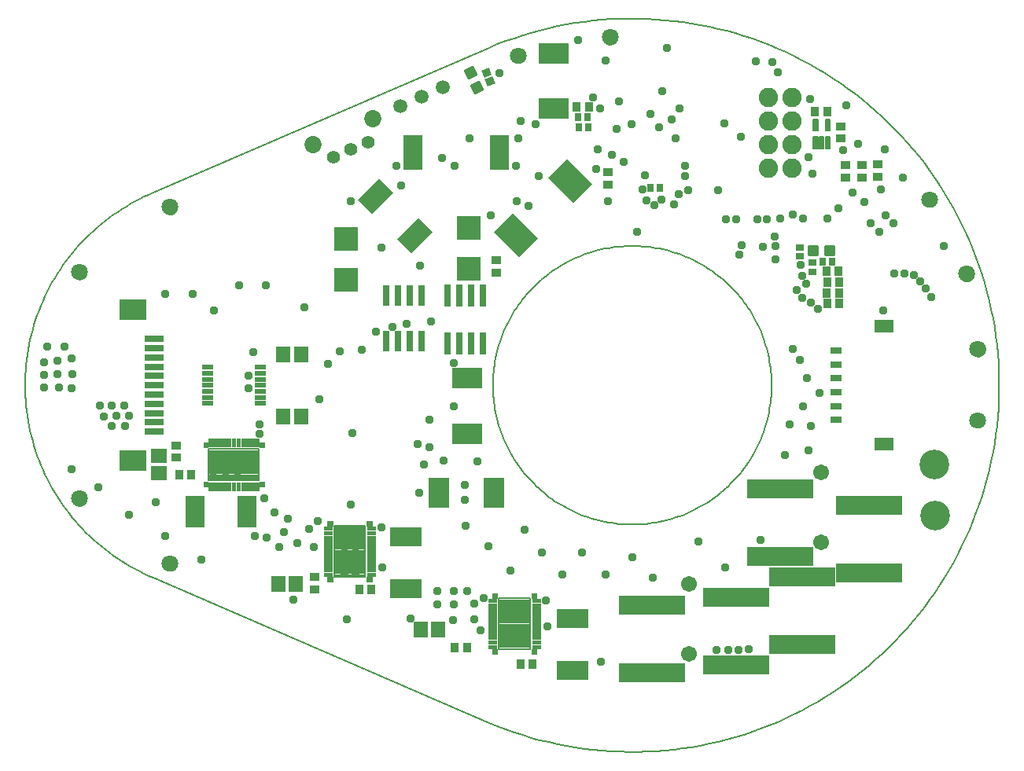
<source format=gts>
G75*
%MOIN*%
%OFA0B0*%
%FSLAX25Y25*%
%IPPOS*%
%LPD*%
%AMOC8*
5,1,8,0,0,1.08239X$1,22.5*
%
%ADD10C,0.00600*%
%ADD11C,0.00000*%
%ADD12C,0.07099*%
%ADD13R,0.03000X0.08600*%
%ADD14R,0.08674X0.12611*%
%ADD15R,0.03556X0.04343*%
%ADD16R,0.04343X0.03556*%
%ADD17R,0.12611X0.08674*%
%ADD18R,0.10249X0.10249*%
%ADD19C,0.01421*%
%ADD20R,0.03556X0.03162*%
%ADD21R,0.13398X0.07887*%
%ADD22R,0.03162X0.03556*%
%ADD23R,0.05918X0.06706*%
%ADD24R,0.06706X0.05918*%
%ADD25R,0.07887X0.13398*%
%ADD26R,0.07887X0.14973*%
%ADD27C,0.00690*%
%ADD28C,0.00268*%
%ADD29C,0.00341*%
%ADD30C,0.06737*%
%ADD31R,0.11824X0.09068*%
%ADD32R,0.08280X0.03162*%
%ADD33C,0.00594*%
%ADD34C,0.08200*%
%ADD35R,0.27965X0.07887*%
%ADD36C,0.05556*%
%ADD37C,0.07296*%
%ADD38C,0.05950*%
%ADD39R,0.04737X0.02178*%
%ADD40R,0.04737X0.03162*%
%ADD41R,0.07887X0.05721*%
%ADD42R,0.03162X0.09461*%
%ADD43R,0.11430X0.14973*%
%ADD44C,0.03778*%
%ADD45C,0.12611*%
D10*
X0074829Y0081354D02*
X0216915Y0019962D01*
X0216915Y0019961D02*
X0220440Y0018516D01*
X0223999Y0017157D01*
X0227591Y0015886D01*
X0231212Y0014703D01*
X0234862Y0013609D01*
X0238537Y0012605D01*
X0242236Y0011692D01*
X0245956Y0010869D01*
X0249695Y0010137D01*
X0253450Y0009498D01*
X0257221Y0008950D01*
X0261003Y0008496D01*
X0264796Y0008133D01*
X0268597Y0007864D01*
X0272402Y0007689D01*
X0276211Y0007606D01*
X0280021Y0007617D01*
X0283830Y0007721D01*
X0287634Y0007918D01*
X0291433Y0008209D01*
X0295224Y0008592D01*
X0299004Y0009068D01*
X0302771Y0009637D01*
X0306523Y0010298D01*
X0310258Y0011050D01*
X0313973Y0011894D01*
X0317667Y0012828D01*
X0321336Y0013853D01*
X0324980Y0014967D01*
X0328595Y0016171D01*
X0332179Y0017462D01*
X0335731Y0018841D01*
X0339247Y0020306D01*
X0342727Y0021857D01*
X0346168Y0023493D01*
X0349568Y0025213D01*
X0352924Y0027015D01*
X0356236Y0028900D01*
X0359500Y0030864D01*
X0362715Y0032908D01*
X0365879Y0035031D01*
X0368990Y0037230D01*
X0372046Y0039504D01*
X0375046Y0041853D01*
X0377987Y0044275D01*
X0380868Y0046768D01*
X0383688Y0049331D01*
X0386443Y0051962D01*
X0389133Y0054660D01*
X0391757Y0057423D01*
X0394311Y0060249D01*
X0396796Y0063137D01*
X0399210Y0066085D01*
X0401550Y0069091D01*
X0403816Y0072154D01*
X0406006Y0075271D01*
X0408120Y0078441D01*
X0410155Y0081662D01*
X0412110Y0084932D01*
X0413985Y0088249D01*
X0415778Y0091610D01*
X0417488Y0095015D01*
X0419114Y0098460D01*
X0420656Y0101944D01*
X0422111Y0105465D01*
X0423480Y0109021D01*
X0424761Y0112609D01*
X0425954Y0116227D01*
X0427058Y0119873D01*
X0428073Y0123546D01*
X0428997Y0127242D01*
X0429830Y0130960D01*
X0430572Y0134697D01*
X0431222Y0138451D01*
X0431780Y0142219D01*
X0432246Y0146001D01*
X0432619Y0149792D01*
X0432898Y0153592D01*
X0433085Y0157397D01*
X0433178Y0161206D01*
X0433178Y0165016D01*
X0433085Y0168825D01*
X0432898Y0172630D01*
X0432619Y0176430D01*
X0432246Y0180221D01*
X0431780Y0184003D01*
X0431222Y0187771D01*
X0430572Y0191525D01*
X0429830Y0195262D01*
X0428997Y0198980D01*
X0428073Y0202676D01*
X0427058Y0206349D01*
X0425954Y0209995D01*
X0424761Y0213613D01*
X0423480Y0217201D01*
X0422111Y0220757D01*
X0420656Y0224278D01*
X0419114Y0227762D01*
X0417488Y0231207D01*
X0415778Y0234612D01*
X0413985Y0237973D01*
X0412110Y0241290D01*
X0410155Y0244560D01*
X0408120Y0247781D01*
X0406006Y0250951D01*
X0403816Y0254068D01*
X0401550Y0257131D01*
X0399210Y0260137D01*
X0396796Y0263085D01*
X0394311Y0265973D01*
X0391757Y0268799D01*
X0389133Y0271562D01*
X0386443Y0274260D01*
X0383688Y0276891D01*
X0380868Y0279454D01*
X0377987Y0281947D01*
X0375046Y0284369D01*
X0372046Y0286718D01*
X0368990Y0288992D01*
X0365879Y0291191D01*
X0362715Y0293314D01*
X0359500Y0295358D01*
X0356236Y0297322D01*
X0352924Y0299207D01*
X0349568Y0301009D01*
X0346168Y0302729D01*
X0342727Y0304365D01*
X0339247Y0305916D01*
X0335731Y0307381D01*
X0332179Y0308760D01*
X0328595Y0310051D01*
X0324980Y0311255D01*
X0321336Y0312369D01*
X0317667Y0313394D01*
X0313973Y0314328D01*
X0310258Y0315172D01*
X0306523Y0315924D01*
X0302771Y0316585D01*
X0299004Y0317154D01*
X0295224Y0317630D01*
X0291433Y0318013D01*
X0287634Y0318304D01*
X0283830Y0318501D01*
X0280021Y0318605D01*
X0276211Y0318616D01*
X0272402Y0318533D01*
X0268597Y0318358D01*
X0264796Y0318089D01*
X0261003Y0317726D01*
X0257221Y0317272D01*
X0253450Y0316724D01*
X0249695Y0316085D01*
X0245956Y0315353D01*
X0242236Y0314530D01*
X0238537Y0313617D01*
X0234862Y0312613D01*
X0231212Y0311519D01*
X0227591Y0310336D01*
X0223999Y0309065D01*
X0220440Y0307706D01*
X0216915Y0306261D01*
X0216915Y0306260D02*
X0074829Y0244868D01*
X0072837Y0244008D01*
X0070866Y0243100D01*
X0068919Y0242144D01*
X0066995Y0241141D01*
X0065097Y0240090D01*
X0063225Y0238994D01*
X0061380Y0237852D01*
X0059564Y0236665D01*
X0057777Y0235434D01*
X0056022Y0234159D01*
X0054298Y0232842D01*
X0052606Y0231483D01*
X0050949Y0230084D01*
X0049326Y0228644D01*
X0047739Y0227164D01*
X0046188Y0225647D01*
X0044676Y0224091D01*
X0043202Y0222499D01*
X0041767Y0220872D01*
X0040372Y0219210D01*
X0039019Y0217514D01*
X0037708Y0215786D01*
X0036439Y0214026D01*
X0035214Y0212235D01*
X0034033Y0210415D01*
X0032897Y0208567D01*
X0031806Y0206691D01*
X0030762Y0204789D01*
X0029765Y0202862D01*
X0028815Y0200912D01*
X0027914Y0198938D01*
X0027060Y0196944D01*
X0026256Y0194928D01*
X0025502Y0192894D01*
X0024798Y0190842D01*
X0024144Y0188774D01*
X0023541Y0186689D01*
X0022989Y0184591D01*
X0022488Y0182480D01*
X0022040Y0180357D01*
X0021644Y0178224D01*
X0021300Y0176082D01*
X0021008Y0173932D01*
X0020770Y0171776D01*
X0020584Y0169614D01*
X0020451Y0167449D01*
X0020372Y0165280D01*
X0020345Y0163111D01*
X0020372Y0160942D01*
X0020451Y0158773D01*
X0020584Y0156608D01*
X0020770Y0154446D01*
X0021008Y0152290D01*
X0021300Y0150140D01*
X0021644Y0147998D01*
X0022040Y0145865D01*
X0022488Y0143742D01*
X0022989Y0141631D01*
X0023541Y0139533D01*
X0024144Y0137448D01*
X0024798Y0135380D01*
X0025502Y0133328D01*
X0026256Y0131294D01*
X0027060Y0129278D01*
X0027914Y0127284D01*
X0028815Y0125310D01*
X0029765Y0123360D01*
X0030762Y0121433D01*
X0031806Y0119531D01*
X0032897Y0117655D01*
X0034033Y0115807D01*
X0035214Y0113987D01*
X0036439Y0112196D01*
X0037708Y0110436D01*
X0039019Y0108708D01*
X0040372Y0107012D01*
X0041767Y0105350D01*
X0043202Y0103723D01*
X0044676Y0102131D01*
X0046188Y0100575D01*
X0047739Y0099058D01*
X0049326Y0097578D01*
X0050949Y0096138D01*
X0052606Y0094739D01*
X0054298Y0093380D01*
X0056022Y0092063D01*
X0057777Y0090788D01*
X0059564Y0089557D01*
X0061380Y0088370D01*
X0063225Y0087228D01*
X0065097Y0086132D01*
X0066995Y0085081D01*
X0068919Y0084078D01*
X0070866Y0083122D01*
X0072837Y0082214D01*
X0074829Y0081354D01*
X0218623Y0163111D02*
X0218641Y0164560D01*
X0218694Y0166009D01*
X0218783Y0167455D01*
X0218907Y0168899D01*
X0219067Y0170340D01*
X0219262Y0171776D01*
X0219492Y0173207D01*
X0219758Y0174632D01*
X0220058Y0176050D01*
X0220393Y0177460D01*
X0220762Y0178862D01*
X0221166Y0180254D01*
X0221604Y0181635D01*
X0222075Y0183006D01*
X0222580Y0184365D01*
X0223118Y0185710D01*
X0223689Y0187043D01*
X0224293Y0188360D01*
X0224929Y0189663D01*
X0225596Y0190949D01*
X0226295Y0192219D01*
X0227025Y0193471D01*
X0227785Y0194705D01*
X0228576Y0195920D01*
X0229396Y0197115D01*
X0230245Y0198290D01*
X0231122Y0199444D01*
X0232028Y0200575D01*
X0232961Y0201684D01*
X0233921Y0202770D01*
X0234908Y0203832D01*
X0235920Y0204869D01*
X0236957Y0205881D01*
X0238019Y0206868D01*
X0239105Y0207828D01*
X0240214Y0208761D01*
X0241345Y0209667D01*
X0242499Y0210544D01*
X0243674Y0211393D01*
X0244869Y0212213D01*
X0246084Y0213004D01*
X0247318Y0213764D01*
X0248570Y0214494D01*
X0249840Y0215193D01*
X0251126Y0215860D01*
X0252429Y0216496D01*
X0253746Y0217100D01*
X0255079Y0217671D01*
X0256424Y0218209D01*
X0257783Y0218714D01*
X0259154Y0219185D01*
X0260535Y0219623D01*
X0261927Y0220027D01*
X0263329Y0220396D01*
X0264739Y0220731D01*
X0266157Y0221031D01*
X0267582Y0221297D01*
X0269013Y0221527D01*
X0270449Y0221722D01*
X0271890Y0221882D01*
X0273334Y0222006D01*
X0274780Y0222095D01*
X0276229Y0222148D01*
X0277678Y0222166D01*
X0279127Y0222148D01*
X0280576Y0222095D01*
X0282022Y0222006D01*
X0283466Y0221882D01*
X0284907Y0221722D01*
X0286343Y0221527D01*
X0287774Y0221297D01*
X0289199Y0221031D01*
X0290617Y0220731D01*
X0292027Y0220396D01*
X0293429Y0220027D01*
X0294821Y0219623D01*
X0296202Y0219185D01*
X0297573Y0218714D01*
X0298932Y0218209D01*
X0300277Y0217671D01*
X0301610Y0217100D01*
X0302927Y0216496D01*
X0304230Y0215860D01*
X0305516Y0215193D01*
X0306786Y0214494D01*
X0308038Y0213764D01*
X0309272Y0213004D01*
X0310487Y0212213D01*
X0311682Y0211393D01*
X0312857Y0210544D01*
X0314011Y0209667D01*
X0315142Y0208761D01*
X0316251Y0207828D01*
X0317337Y0206868D01*
X0318399Y0205881D01*
X0319436Y0204869D01*
X0320448Y0203832D01*
X0321435Y0202770D01*
X0322395Y0201684D01*
X0323328Y0200575D01*
X0324234Y0199444D01*
X0325111Y0198290D01*
X0325960Y0197115D01*
X0326780Y0195920D01*
X0327571Y0194705D01*
X0328331Y0193471D01*
X0329061Y0192219D01*
X0329760Y0190949D01*
X0330427Y0189663D01*
X0331063Y0188360D01*
X0331667Y0187043D01*
X0332238Y0185710D01*
X0332776Y0184365D01*
X0333281Y0183006D01*
X0333752Y0181635D01*
X0334190Y0180254D01*
X0334594Y0178862D01*
X0334963Y0177460D01*
X0335298Y0176050D01*
X0335598Y0174632D01*
X0335864Y0173207D01*
X0336094Y0171776D01*
X0336289Y0170340D01*
X0336449Y0168899D01*
X0336573Y0167455D01*
X0336662Y0166009D01*
X0336715Y0164560D01*
X0336733Y0163111D01*
X0336715Y0161662D01*
X0336662Y0160213D01*
X0336573Y0158767D01*
X0336449Y0157323D01*
X0336289Y0155882D01*
X0336094Y0154446D01*
X0335864Y0153015D01*
X0335598Y0151590D01*
X0335298Y0150172D01*
X0334963Y0148762D01*
X0334594Y0147360D01*
X0334190Y0145968D01*
X0333752Y0144587D01*
X0333281Y0143216D01*
X0332776Y0141857D01*
X0332238Y0140512D01*
X0331667Y0139179D01*
X0331063Y0137862D01*
X0330427Y0136559D01*
X0329760Y0135273D01*
X0329061Y0134003D01*
X0328331Y0132751D01*
X0327571Y0131517D01*
X0326780Y0130302D01*
X0325960Y0129107D01*
X0325111Y0127932D01*
X0324234Y0126778D01*
X0323328Y0125647D01*
X0322395Y0124538D01*
X0321435Y0123452D01*
X0320448Y0122390D01*
X0319436Y0121353D01*
X0318399Y0120341D01*
X0317337Y0119354D01*
X0316251Y0118394D01*
X0315142Y0117461D01*
X0314011Y0116555D01*
X0312857Y0115678D01*
X0311682Y0114829D01*
X0310487Y0114009D01*
X0309272Y0113218D01*
X0308038Y0112458D01*
X0306786Y0111728D01*
X0305516Y0111029D01*
X0304230Y0110362D01*
X0302927Y0109726D01*
X0301610Y0109122D01*
X0300277Y0108551D01*
X0298932Y0108013D01*
X0297573Y0107508D01*
X0296202Y0107037D01*
X0294821Y0106599D01*
X0293429Y0106195D01*
X0292027Y0105826D01*
X0290617Y0105491D01*
X0289199Y0105191D01*
X0287774Y0104925D01*
X0286343Y0104695D01*
X0284907Y0104500D01*
X0283466Y0104340D01*
X0282022Y0104216D01*
X0280576Y0104127D01*
X0279127Y0104074D01*
X0277678Y0104056D01*
X0276229Y0104074D01*
X0274780Y0104127D01*
X0273334Y0104216D01*
X0271890Y0104340D01*
X0270449Y0104500D01*
X0269013Y0104695D01*
X0267582Y0104925D01*
X0266157Y0105191D01*
X0264739Y0105491D01*
X0263329Y0105826D01*
X0261927Y0106195D01*
X0260535Y0106599D01*
X0259154Y0107037D01*
X0257783Y0107508D01*
X0256424Y0108013D01*
X0255079Y0108551D01*
X0253746Y0109122D01*
X0252429Y0109726D01*
X0251126Y0110362D01*
X0249840Y0111029D01*
X0248570Y0111728D01*
X0247318Y0112458D01*
X0246084Y0113218D01*
X0244869Y0114009D01*
X0243674Y0114829D01*
X0242499Y0115678D01*
X0241345Y0116555D01*
X0240214Y0117461D01*
X0239105Y0118394D01*
X0238019Y0119354D01*
X0236957Y0120341D01*
X0235920Y0121353D01*
X0234908Y0122390D01*
X0233921Y0123452D01*
X0232961Y0124538D01*
X0232028Y0125647D01*
X0231122Y0126778D01*
X0230245Y0127932D01*
X0229396Y0129107D01*
X0228576Y0130302D01*
X0227785Y0131517D01*
X0227025Y0132751D01*
X0226295Y0134003D01*
X0225596Y0135273D01*
X0224929Y0136559D01*
X0224293Y0137862D01*
X0223689Y0139179D01*
X0223118Y0140512D01*
X0222580Y0141857D01*
X0222075Y0143216D01*
X0221604Y0144587D01*
X0221166Y0145968D01*
X0220762Y0147360D01*
X0220393Y0148762D01*
X0220058Y0150172D01*
X0219758Y0151590D01*
X0219492Y0153015D01*
X0219262Y0154446D01*
X0219067Y0155882D01*
X0218907Y0157323D01*
X0218783Y0158767D01*
X0218694Y0160213D01*
X0218641Y0161662D01*
X0218623Y0163111D01*
D11*
X0078544Y0087520D02*
X0078546Y0087632D01*
X0078552Y0087743D01*
X0078562Y0087855D01*
X0078576Y0087966D01*
X0078593Y0088076D01*
X0078615Y0088186D01*
X0078641Y0088295D01*
X0078670Y0088403D01*
X0078703Y0088509D01*
X0078740Y0088615D01*
X0078781Y0088719D01*
X0078826Y0088822D01*
X0078874Y0088923D01*
X0078925Y0089022D01*
X0078980Y0089119D01*
X0079039Y0089214D01*
X0079100Y0089308D01*
X0079165Y0089399D01*
X0079234Y0089487D01*
X0079305Y0089573D01*
X0079379Y0089657D01*
X0079457Y0089737D01*
X0079537Y0089815D01*
X0079620Y0089891D01*
X0079705Y0089963D01*
X0079793Y0090032D01*
X0079883Y0090098D01*
X0079976Y0090160D01*
X0080071Y0090220D01*
X0080168Y0090276D01*
X0080266Y0090328D01*
X0080367Y0090377D01*
X0080469Y0090422D01*
X0080573Y0090464D01*
X0080678Y0090502D01*
X0080785Y0090536D01*
X0080892Y0090566D01*
X0081001Y0090593D01*
X0081110Y0090615D01*
X0081221Y0090634D01*
X0081331Y0090649D01*
X0081443Y0090660D01*
X0081554Y0090667D01*
X0081666Y0090670D01*
X0081778Y0090669D01*
X0081890Y0090664D01*
X0082001Y0090655D01*
X0082112Y0090642D01*
X0082223Y0090625D01*
X0082333Y0090605D01*
X0082442Y0090580D01*
X0082550Y0090552D01*
X0082657Y0090519D01*
X0082763Y0090483D01*
X0082867Y0090443D01*
X0082970Y0090400D01*
X0083072Y0090353D01*
X0083171Y0090302D01*
X0083269Y0090248D01*
X0083365Y0090190D01*
X0083459Y0090129D01*
X0083550Y0090065D01*
X0083639Y0089998D01*
X0083726Y0089927D01*
X0083810Y0089853D01*
X0083892Y0089777D01*
X0083970Y0089697D01*
X0084046Y0089615D01*
X0084119Y0089530D01*
X0084189Y0089443D01*
X0084255Y0089353D01*
X0084319Y0089261D01*
X0084379Y0089167D01*
X0084436Y0089071D01*
X0084489Y0088972D01*
X0084539Y0088872D01*
X0084585Y0088771D01*
X0084628Y0088667D01*
X0084667Y0088562D01*
X0084702Y0088456D01*
X0084733Y0088349D01*
X0084761Y0088240D01*
X0084784Y0088131D01*
X0084804Y0088021D01*
X0084820Y0087910D01*
X0084832Y0087799D01*
X0084840Y0087688D01*
X0084844Y0087576D01*
X0084844Y0087464D01*
X0084840Y0087352D01*
X0084832Y0087241D01*
X0084820Y0087130D01*
X0084804Y0087019D01*
X0084784Y0086909D01*
X0084761Y0086800D01*
X0084733Y0086691D01*
X0084702Y0086584D01*
X0084667Y0086478D01*
X0084628Y0086373D01*
X0084585Y0086269D01*
X0084539Y0086168D01*
X0084489Y0086068D01*
X0084436Y0085969D01*
X0084379Y0085873D01*
X0084319Y0085779D01*
X0084255Y0085687D01*
X0084189Y0085597D01*
X0084119Y0085510D01*
X0084046Y0085425D01*
X0083970Y0085343D01*
X0083892Y0085263D01*
X0083810Y0085187D01*
X0083726Y0085113D01*
X0083639Y0085042D01*
X0083550Y0084975D01*
X0083459Y0084911D01*
X0083365Y0084850D01*
X0083269Y0084792D01*
X0083171Y0084738D01*
X0083072Y0084687D01*
X0082970Y0084640D01*
X0082867Y0084597D01*
X0082763Y0084557D01*
X0082657Y0084521D01*
X0082550Y0084488D01*
X0082442Y0084460D01*
X0082333Y0084435D01*
X0082223Y0084415D01*
X0082112Y0084398D01*
X0082001Y0084385D01*
X0081890Y0084376D01*
X0081778Y0084371D01*
X0081666Y0084370D01*
X0081554Y0084373D01*
X0081443Y0084380D01*
X0081331Y0084391D01*
X0081221Y0084406D01*
X0081110Y0084425D01*
X0081001Y0084447D01*
X0080892Y0084474D01*
X0080785Y0084504D01*
X0080678Y0084538D01*
X0080573Y0084576D01*
X0080469Y0084618D01*
X0080367Y0084663D01*
X0080266Y0084712D01*
X0080168Y0084764D01*
X0080071Y0084820D01*
X0079976Y0084880D01*
X0079883Y0084942D01*
X0079793Y0085008D01*
X0079705Y0085077D01*
X0079620Y0085149D01*
X0079537Y0085225D01*
X0079457Y0085303D01*
X0079379Y0085383D01*
X0079305Y0085467D01*
X0079234Y0085553D01*
X0079165Y0085641D01*
X0079100Y0085732D01*
X0079039Y0085826D01*
X0078980Y0085921D01*
X0078925Y0086018D01*
X0078874Y0086117D01*
X0078826Y0086218D01*
X0078781Y0086321D01*
X0078740Y0086425D01*
X0078703Y0086531D01*
X0078670Y0086637D01*
X0078641Y0086745D01*
X0078615Y0086854D01*
X0078593Y0086964D01*
X0078576Y0087074D01*
X0078562Y0087185D01*
X0078552Y0087297D01*
X0078546Y0087408D01*
X0078544Y0087520D01*
X0040197Y0115080D02*
X0040199Y0115192D01*
X0040205Y0115303D01*
X0040215Y0115415D01*
X0040229Y0115526D01*
X0040246Y0115636D01*
X0040268Y0115746D01*
X0040294Y0115855D01*
X0040323Y0115963D01*
X0040356Y0116069D01*
X0040393Y0116175D01*
X0040434Y0116279D01*
X0040479Y0116382D01*
X0040527Y0116483D01*
X0040578Y0116582D01*
X0040633Y0116679D01*
X0040692Y0116774D01*
X0040753Y0116868D01*
X0040818Y0116959D01*
X0040887Y0117047D01*
X0040958Y0117133D01*
X0041032Y0117217D01*
X0041110Y0117297D01*
X0041190Y0117375D01*
X0041273Y0117451D01*
X0041358Y0117523D01*
X0041446Y0117592D01*
X0041536Y0117658D01*
X0041629Y0117720D01*
X0041724Y0117780D01*
X0041821Y0117836D01*
X0041919Y0117888D01*
X0042020Y0117937D01*
X0042122Y0117982D01*
X0042226Y0118024D01*
X0042331Y0118062D01*
X0042438Y0118096D01*
X0042545Y0118126D01*
X0042654Y0118153D01*
X0042763Y0118175D01*
X0042874Y0118194D01*
X0042984Y0118209D01*
X0043096Y0118220D01*
X0043207Y0118227D01*
X0043319Y0118230D01*
X0043431Y0118229D01*
X0043543Y0118224D01*
X0043654Y0118215D01*
X0043765Y0118202D01*
X0043876Y0118185D01*
X0043986Y0118165D01*
X0044095Y0118140D01*
X0044203Y0118112D01*
X0044310Y0118079D01*
X0044416Y0118043D01*
X0044520Y0118003D01*
X0044623Y0117960D01*
X0044725Y0117913D01*
X0044824Y0117862D01*
X0044922Y0117808D01*
X0045018Y0117750D01*
X0045112Y0117689D01*
X0045203Y0117625D01*
X0045292Y0117558D01*
X0045379Y0117487D01*
X0045463Y0117413D01*
X0045545Y0117337D01*
X0045623Y0117257D01*
X0045699Y0117175D01*
X0045772Y0117090D01*
X0045842Y0117003D01*
X0045908Y0116913D01*
X0045972Y0116821D01*
X0046032Y0116727D01*
X0046089Y0116631D01*
X0046142Y0116532D01*
X0046192Y0116432D01*
X0046238Y0116331D01*
X0046281Y0116227D01*
X0046320Y0116122D01*
X0046355Y0116016D01*
X0046386Y0115909D01*
X0046414Y0115800D01*
X0046437Y0115691D01*
X0046457Y0115581D01*
X0046473Y0115470D01*
X0046485Y0115359D01*
X0046493Y0115248D01*
X0046497Y0115136D01*
X0046497Y0115024D01*
X0046493Y0114912D01*
X0046485Y0114801D01*
X0046473Y0114690D01*
X0046457Y0114579D01*
X0046437Y0114469D01*
X0046414Y0114360D01*
X0046386Y0114251D01*
X0046355Y0114144D01*
X0046320Y0114038D01*
X0046281Y0113933D01*
X0046238Y0113829D01*
X0046192Y0113728D01*
X0046142Y0113628D01*
X0046089Y0113529D01*
X0046032Y0113433D01*
X0045972Y0113339D01*
X0045908Y0113247D01*
X0045842Y0113157D01*
X0045772Y0113070D01*
X0045699Y0112985D01*
X0045623Y0112903D01*
X0045545Y0112823D01*
X0045463Y0112747D01*
X0045379Y0112673D01*
X0045292Y0112602D01*
X0045203Y0112535D01*
X0045112Y0112471D01*
X0045018Y0112410D01*
X0044922Y0112352D01*
X0044824Y0112298D01*
X0044725Y0112247D01*
X0044623Y0112200D01*
X0044520Y0112157D01*
X0044416Y0112117D01*
X0044310Y0112081D01*
X0044203Y0112048D01*
X0044095Y0112020D01*
X0043986Y0111995D01*
X0043876Y0111975D01*
X0043765Y0111958D01*
X0043654Y0111945D01*
X0043543Y0111936D01*
X0043431Y0111931D01*
X0043319Y0111930D01*
X0043207Y0111933D01*
X0043096Y0111940D01*
X0042984Y0111951D01*
X0042874Y0111966D01*
X0042763Y0111985D01*
X0042654Y0112007D01*
X0042545Y0112034D01*
X0042438Y0112064D01*
X0042331Y0112098D01*
X0042226Y0112136D01*
X0042122Y0112178D01*
X0042020Y0112223D01*
X0041919Y0112272D01*
X0041821Y0112324D01*
X0041724Y0112380D01*
X0041629Y0112440D01*
X0041536Y0112502D01*
X0041446Y0112568D01*
X0041358Y0112637D01*
X0041273Y0112709D01*
X0041190Y0112785D01*
X0041110Y0112863D01*
X0041032Y0112943D01*
X0040958Y0113027D01*
X0040887Y0113113D01*
X0040818Y0113201D01*
X0040753Y0113292D01*
X0040692Y0113386D01*
X0040633Y0113481D01*
X0040578Y0113578D01*
X0040527Y0113677D01*
X0040479Y0113778D01*
X0040434Y0113881D01*
X0040393Y0113985D01*
X0040356Y0114091D01*
X0040323Y0114197D01*
X0040294Y0114305D01*
X0040268Y0114414D01*
X0040246Y0114524D01*
X0040229Y0114634D01*
X0040215Y0114745D01*
X0040205Y0114857D01*
X0040199Y0114968D01*
X0040197Y0115080D01*
X0040197Y0211143D02*
X0040199Y0211255D01*
X0040205Y0211366D01*
X0040215Y0211478D01*
X0040229Y0211589D01*
X0040246Y0211699D01*
X0040268Y0211809D01*
X0040294Y0211918D01*
X0040323Y0212026D01*
X0040356Y0212132D01*
X0040393Y0212238D01*
X0040434Y0212342D01*
X0040479Y0212445D01*
X0040527Y0212546D01*
X0040578Y0212645D01*
X0040633Y0212742D01*
X0040692Y0212837D01*
X0040753Y0212931D01*
X0040818Y0213022D01*
X0040887Y0213110D01*
X0040958Y0213196D01*
X0041032Y0213280D01*
X0041110Y0213360D01*
X0041190Y0213438D01*
X0041273Y0213514D01*
X0041358Y0213586D01*
X0041446Y0213655D01*
X0041536Y0213721D01*
X0041629Y0213783D01*
X0041724Y0213843D01*
X0041821Y0213899D01*
X0041919Y0213951D01*
X0042020Y0214000D01*
X0042122Y0214045D01*
X0042226Y0214087D01*
X0042331Y0214125D01*
X0042438Y0214159D01*
X0042545Y0214189D01*
X0042654Y0214216D01*
X0042763Y0214238D01*
X0042874Y0214257D01*
X0042984Y0214272D01*
X0043096Y0214283D01*
X0043207Y0214290D01*
X0043319Y0214293D01*
X0043431Y0214292D01*
X0043543Y0214287D01*
X0043654Y0214278D01*
X0043765Y0214265D01*
X0043876Y0214248D01*
X0043986Y0214228D01*
X0044095Y0214203D01*
X0044203Y0214175D01*
X0044310Y0214142D01*
X0044416Y0214106D01*
X0044520Y0214066D01*
X0044623Y0214023D01*
X0044725Y0213976D01*
X0044824Y0213925D01*
X0044922Y0213871D01*
X0045018Y0213813D01*
X0045112Y0213752D01*
X0045203Y0213688D01*
X0045292Y0213621D01*
X0045379Y0213550D01*
X0045463Y0213476D01*
X0045545Y0213400D01*
X0045623Y0213320D01*
X0045699Y0213238D01*
X0045772Y0213153D01*
X0045842Y0213066D01*
X0045908Y0212976D01*
X0045972Y0212884D01*
X0046032Y0212790D01*
X0046089Y0212694D01*
X0046142Y0212595D01*
X0046192Y0212495D01*
X0046238Y0212394D01*
X0046281Y0212290D01*
X0046320Y0212185D01*
X0046355Y0212079D01*
X0046386Y0211972D01*
X0046414Y0211863D01*
X0046437Y0211754D01*
X0046457Y0211644D01*
X0046473Y0211533D01*
X0046485Y0211422D01*
X0046493Y0211311D01*
X0046497Y0211199D01*
X0046497Y0211087D01*
X0046493Y0210975D01*
X0046485Y0210864D01*
X0046473Y0210753D01*
X0046457Y0210642D01*
X0046437Y0210532D01*
X0046414Y0210423D01*
X0046386Y0210314D01*
X0046355Y0210207D01*
X0046320Y0210101D01*
X0046281Y0209996D01*
X0046238Y0209892D01*
X0046192Y0209791D01*
X0046142Y0209691D01*
X0046089Y0209592D01*
X0046032Y0209496D01*
X0045972Y0209402D01*
X0045908Y0209310D01*
X0045842Y0209220D01*
X0045772Y0209133D01*
X0045699Y0209048D01*
X0045623Y0208966D01*
X0045545Y0208886D01*
X0045463Y0208810D01*
X0045379Y0208736D01*
X0045292Y0208665D01*
X0045203Y0208598D01*
X0045112Y0208534D01*
X0045018Y0208473D01*
X0044922Y0208415D01*
X0044824Y0208361D01*
X0044725Y0208310D01*
X0044623Y0208263D01*
X0044520Y0208220D01*
X0044416Y0208180D01*
X0044310Y0208144D01*
X0044203Y0208111D01*
X0044095Y0208083D01*
X0043986Y0208058D01*
X0043876Y0208038D01*
X0043765Y0208021D01*
X0043654Y0208008D01*
X0043543Y0207999D01*
X0043431Y0207994D01*
X0043319Y0207993D01*
X0043207Y0207996D01*
X0043096Y0208003D01*
X0042984Y0208014D01*
X0042874Y0208029D01*
X0042763Y0208048D01*
X0042654Y0208070D01*
X0042545Y0208097D01*
X0042438Y0208127D01*
X0042331Y0208161D01*
X0042226Y0208199D01*
X0042122Y0208241D01*
X0042020Y0208286D01*
X0041919Y0208335D01*
X0041821Y0208387D01*
X0041724Y0208443D01*
X0041629Y0208503D01*
X0041536Y0208565D01*
X0041446Y0208631D01*
X0041358Y0208700D01*
X0041273Y0208772D01*
X0041190Y0208848D01*
X0041110Y0208926D01*
X0041032Y0209006D01*
X0040958Y0209090D01*
X0040887Y0209176D01*
X0040818Y0209264D01*
X0040753Y0209355D01*
X0040692Y0209449D01*
X0040633Y0209544D01*
X0040578Y0209641D01*
X0040527Y0209740D01*
X0040479Y0209841D01*
X0040434Y0209944D01*
X0040393Y0210048D01*
X0040356Y0210154D01*
X0040323Y0210260D01*
X0040294Y0210368D01*
X0040268Y0210477D01*
X0040246Y0210587D01*
X0040229Y0210697D01*
X0040215Y0210808D01*
X0040205Y0210920D01*
X0040199Y0211031D01*
X0040197Y0211143D01*
X0078544Y0238702D02*
X0078546Y0238814D01*
X0078552Y0238925D01*
X0078562Y0239037D01*
X0078576Y0239148D01*
X0078593Y0239258D01*
X0078615Y0239368D01*
X0078641Y0239477D01*
X0078670Y0239585D01*
X0078703Y0239691D01*
X0078740Y0239797D01*
X0078781Y0239901D01*
X0078826Y0240004D01*
X0078874Y0240105D01*
X0078925Y0240204D01*
X0078980Y0240301D01*
X0079039Y0240396D01*
X0079100Y0240490D01*
X0079165Y0240581D01*
X0079234Y0240669D01*
X0079305Y0240755D01*
X0079379Y0240839D01*
X0079457Y0240919D01*
X0079537Y0240997D01*
X0079620Y0241073D01*
X0079705Y0241145D01*
X0079793Y0241214D01*
X0079883Y0241280D01*
X0079976Y0241342D01*
X0080071Y0241402D01*
X0080168Y0241458D01*
X0080266Y0241510D01*
X0080367Y0241559D01*
X0080469Y0241604D01*
X0080573Y0241646D01*
X0080678Y0241684D01*
X0080785Y0241718D01*
X0080892Y0241748D01*
X0081001Y0241775D01*
X0081110Y0241797D01*
X0081221Y0241816D01*
X0081331Y0241831D01*
X0081443Y0241842D01*
X0081554Y0241849D01*
X0081666Y0241852D01*
X0081778Y0241851D01*
X0081890Y0241846D01*
X0082001Y0241837D01*
X0082112Y0241824D01*
X0082223Y0241807D01*
X0082333Y0241787D01*
X0082442Y0241762D01*
X0082550Y0241734D01*
X0082657Y0241701D01*
X0082763Y0241665D01*
X0082867Y0241625D01*
X0082970Y0241582D01*
X0083072Y0241535D01*
X0083171Y0241484D01*
X0083269Y0241430D01*
X0083365Y0241372D01*
X0083459Y0241311D01*
X0083550Y0241247D01*
X0083639Y0241180D01*
X0083726Y0241109D01*
X0083810Y0241035D01*
X0083892Y0240959D01*
X0083970Y0240879D01*
X0084046Y0240797D01*
X0084119Y0240712D01*
X0084189Y0240625D01*
X0084255Y0240535D01*
X0084319Y0240443D01*
X0084379Y0240349D01*
X0084436Y0240253D01*
X0084489Y0240154D01*
X0084539Y0240054D01*
X0084585Y0239953D01*
X0084628Y0239849D01*
X0084667Y0239744D01*
X0084702Y0239638D01*
X0084733Y0239531D01*
X0084761Y0239422D01*
X0084784Y0239313D01*
X0084804Y0239203D01*
X0084820Y0239092D01*
X0084832Y0238981D01*
X0084840Y0238870D01*
X0084844Y0238758D01*
X0084844Y0238646D01*
X0084840Y0238534D01*
X0084832Y0238423D01*
X0084820Y0238312D01*
X0084804Y0238201D01*
X0084784Y0238091D01*
X0084761Y0237982D01*
X0084733Y0237873D01*
X0084702Y0237766D01*
X0084667Y0237660D01*
X0084628Y0237555D01*
X0084585Y0237451D01*
X0084539Y0237350D01*
X0084489Y0237250D01*
X0084436Y0237151D01*
X0084379Y0237055D01*
X0084319Y0236961D01*
X0084255Y0236869D01*
X0084189Y0236779D01*
X0084119Y0236692D01*
X0084046Y0236607D01*
X0083970Y0236525D01*
X0083892Y0236445D01*
X0083810Y0236369D01*
X0083726Y0236295D01*
X0083639Y0236224D01*
X0083550Y0236157D01*
X0083459Y0236093D01*
X0083365Y0236032D01*
X0083269Y0235974D01*
X0083171Y0235920D01*
X0083072Y0235869D01*
X0082970Y0235822D01*
X0082867Y0235779D01*
X0082763Y0235739D01*
X0082657Y0235703D01*
X0082550Y0235670D01*
X0082442Y0235642D01*
X0082333Y0235617D01*
X0082223Y0235597D01*
X0082112Y0235580D01*
X0082001Y0235567D01*
X0081890Y0235558D01*
X0081778Y0235553D01*
X0081666Y0235552D01*
X0081554Y0235555D01*
X0081443Y0235562D01*
X0081331Y0235573D01*
X0081221Y0235588D01*
X0081110Y0235607D01*
X0081001Y0235629D01*
X0080892Y0235656D01*
X0080785Y0235686D01*
X0080678Y0235720D01*
X0080573Y0235758D01*
X0080469Y0235800D01*
X0080367Y0235845D01*
X0080266Y0235894D01*
X0080168Y0235946D01*
X0080071Y0236002D01*
X0079976Y0236062D01*
X0079883Y0236124D01*
X0079793Y0236190D01*
X0079705Y0236259D01*
X0079620Y0236331D01*
X0079537Y0236407D01*
X0079457Y0236485D01*
X0079379Y0236565D01*
X0079305Y0236649D01*
X0079234Y0236735D01*
X0079165Y0236823D01*
X0079100Y0236914D01*
X0079039Y0237008D01*
X0078980Y0237103D01*
X0078925Y0237200D01*
X0078874Y0237299D01*
X0078826Y0237400D01*
X0078781Y0237503D01*
X0078740Y0237607D01*
X0078703Y0237713D01*
X0078670Y0237819D01*
X0078641Y0237927D01*
X0078615Y0238036D01*
X0078593Y0238146D01*
X0078576Y0238256D01*
X0078562Y0238367D01*
X0078552Y0238479D01*
X0078546Y0238590D01*
X0078544Y0238702D01*
X0226103Y0302875D02*
X0226105Y0302987D01*
X0226111Y0303098D01*
X0226121Y0303210D01*
X0226135Y0303321D01*
X0226152Y0303431D01*
X0226174Y0303541D01*
X0226200Y0303650D01*
X0226229Y0303758D01*
X0226262Y0303864D01*
X0226299Y0303970D01*
X0226340Y0304074D01*
X0226385Y0304177D01*
X0226433Y0304278D01*
X0226484Y0304377D01*
X0226539Y0304474D01*
X0226598Y0304569D01*
X0226659Y0304663D01*
X0226724Y0304754D01*
X0226793Y0304842D01*
X0226864Y0304928D01*
X0226938Y0305012D01*
X0227016Y0305092D01*
X0227096Y0305170D01*
X0227179Y0305246D01*
X0227264Y0305318D01*
X0227352Y0305387D01*
X0227442Y0305453D01*
X0227535Y0305515D01*
X0227630Y0305575D01*
X0227727Y0305631D01*
X0227825Y0305683D01*
X0227926Y0305732D01*
X0228028Y0305777D01*
X0228132Y0305819D01*
X0228237Y0305857D01*
X0228344Y0305891D01*
X0228451Y0305921D01*
X0228560Y0305948D01*
X0228669Y0305970D01*
X0228780Y0305989D01*
X0228890Y0306004D01*
X0229002Y0306015D01*
X0229113Y0306022D01*
X0229225Y0306025D01*
X0229337Y0306024D01*
X0229449Y0306019D01*
X0229560Y0306010D01*
X0229671Y0305997D01*
X0229782Y0305980D01*
X0229892Y0305960D01*
X0230001Y0305935D01*
X0230109Y0305907D01*
X0230216Y0305874D01*
X0230322Y0305838D01*
X0230426Y0305798D01*
X0230529Y0305755D01*
X0230631Y0305708D01*
X0230730Y0305657D01*
X0230828Y0305603D01*
X0230924Y0305545D01*
X0231018Y0305484D01*
X0231109Y0305420D01*
X0231198Y0305353D01*
X0231285Y0305282D01*
X0231369Y0305208D01*
X0231451Y0305132D01*
X0231529Y0305052D01*
X0231605Y0304970D01*
X0231678Y0304885D01*
X0231748Y0304798D01*
X0231814Y0304708D01*
X0231878Y0304616D01*
X0231938Y0304522D01*
X0231995Y0304426D01*
X0232048Y0304327D01*
X0232098Y0304227D01*
X0232144Y0304126D01*
X0232187Y0304022D01*
X0232226Y0303917D01*
X0232261Y0303811D01*
X0232292Y0303704D01*
X0232320Y0303595D01*
X0232343Y0303486D01*
X0232363Y0303376D01*
X0232379Y0303265D01*
X0232391Y0303154D01*
X0232399Y0303043D01*
X0232403Y0302931D01*
X0232403Y0302819D01*
X0232399Y0302707D01*
X0232391Y0302596D01*
X0232379Y0302485D01*
X0232363Y0302374D01*
X0232343Y0302264D01*
X0232320Y0302155D01*
X0232292Y0302046D01*
X0232261Y0301939D01*
X0232226Y0301833D01*
X0232187Y0301728D01*
X0232144Y0301624D01*
X0232098Y0301523D01*
X0232048Y0301423D01*
X0231995Y0301324D01*
X0231938Y0301228D01*
X0231878Y0301134D01*
X0231814Y0301042D01*
X0231748Y0300952D01*
X0231678Y0300865D01*
X0231605Y0300780D01*
X0231529Y0300698D01*
X0231451Y0300618D01*
X0231369Y0300542D01*
X0231285Y0300468D01*
X0231198Y0300397D01*
X0231109Y0300330D01*
X0231018Y0300266D01*
X0230924Y0300205D01*
X0230828Y0300147D01*
X0230730Y0300093D01*
X0230631Y0300042D01*
X0230529Y0299995D01*
X0230426Y0299952D01*
X0230322Y0299912D01*
X0230216Y0299876D01*
X0230109Y0299843D01*
X0230001Y0299815D01*
X0229892Y0299790D01*
X0229782Y0299770D01*
X0229671Y0299753D01*
X0229560Y0299740D01*
X0229449Y0299731D01*
X0229337Y0299726D01*
X0229225Y0299725D01*
X0229113Y0299728D01*
X0229002Y0299735D01*
X0228890Y0299746D01*
X0228780Y0299761D01*
X0228669Y0299780D01*
X0228560Y0299802D01*
X0228451Y0299829D01*
X0228344Y0299859D01*
X0228237Y0299893D01*
X0228132Y0299931D01*
X0228028Y0299973D01*
X0227926Y0300018D01*
X0227825Y0300067D01*
X0227727Y0300119D01*
X0227630Y0300175D01*
X0227535Y0300235D01*
X0227442Y0300297D01*
X0227352Y0300363D01*
X0227264Y0300432D01*
X0227179Y0300504D01*
X0227096Y0300580D01*
X0227016Y0300658D01*
X0226938Y0300738D01*
X0226864Y0300822D01*
X0226793Y0300908D01*
X0226724Y0300996D01*
X0226659Y0301087D01*
X0226598Y0301181D01*
X0226539Y0301276D01*
X0226484Y0301373D01*
X0226433Y0301472D01*
X0226385Y0301573D01*
X0226340Y0301676D01*
X0226299Y0301780D01*
X0226262Y0301886D01*
X0226229Y0301992D01*
X0226200Y0302100D01*
X0226174Y0302209D01*
X0226152Y0302319D01*
X0226135Y0302429D01*
X0226121Y0302540D01*
X0226111Y0302652D01*
X0226105Y0302763D01*
X0226103Y0302875D01*
X0265079Y0310749D02*
X0265081Y0310861D01*
X0265087Y0310972D01*
X0265097Y0311084D01*
X0265111Y0311195D01*
X0265128Y0311305D01*
X0265150Y0311415D01*
X0265176Y0311524D01*
X0265205Y0311632D01*
X0265238Y0311738D01*
X0265275Y0311844D01*
X0265316Y0311948D01*
X0265361Y0312051D01*
X0265409Y0312152D01*
X0265460Y0312251D01*
X0265515Y0312348D01*
X0265574Y0312443D01*
X0265635Y0312537D01*
X0265700Y0312628D01*
X0265769Y0312716D01*
X0265840Y0312802D01*
X0265914Y0312886D01*
X0265992Y0312966D01*
X0266072Y0313044D01*
X0266155Y0313120D01*
X0266240Y0313192D01*
X0266328Y0313261D01*
X0266418Y0313327D01*
X0266511Y0313389D01*
X0266606Y0313449D01*
X0266703Y0313505D01*
X0266801Y0313557D01*
X0266902Y0313606D01*
X0267004Y0313651D01*
X0267108Y0313693D01*
X0267213Y0313731D01*
X0267320Y0313765D01*
X0267427Y0313795D01*
X0267536Y0313822D01*
X0267645Y0313844D01*
X0267756Y0313863D01*
X0267866Y0313878D01*
X0267978Y0313889D01*
X0268089Y0313896D01*
X0268201Y0313899D01*
X0268313Y0313898D01*
X0268425Y0313893D01*
X0268536Y0313884D01*
X0268647Y0313871D01*
X0268758Y0313854D01*
X0268868Y0313834D01*
X0268977Y0313809D01*
X0269085Y0313781D01*
X0269192Y0313748D01*
X0269298Y0313712D01*
X0269402Y0313672D01*
X0269505Y0313629D01*
X0269607Y0313582D01*
X0269706Y0313531D01*
X0269804Y0313477D01*
X0269900Y0313419D01*
X0269994Y0313358D01*
X0270085Y0313294D01*
X0270174Y0313227D01*
X0270261Y0313156D01*
X0270345Y0313082D01*
X0270427Y0313006D01*
X0270505Y0312926D01*
X0270581Y0312844D01*
X0270654Y0312759D01*
X0270724Y0312672D01*
X0270790Y0312582D01*
X0270854Y0312490D01*
X0270914Y0312396D01*
X0270971Y0312300D01*
X0271024Y0312201D01*
X0271074Y0312101D01*
X0271120Y0312000D01*
X0271163Y0311896D01*
X0271202Y0311791D01*
X0271237Y0311685D01*
X0271268Y0311578D01*
X0271296Y0311469D01*
X0271319Y0311360D01*
X0271339Y0311250D01*
X0271355Y0311139D01*
X0271367Y0311028D01*
X0271375Y0310917D01*
X0271379Y0310805D01*
X0271379Y0310693D01*
X0271375Y0310581D01*
X0271367Y0310470D01*
X0271355Y0310359D01*
X0271339Y0310248D01*
X0271319Y0310138D01*
X0271296Y0310029D01*
X0271268Y0309920D01*
X0271237Y0309813D01*
X0271202Y0309707D01*
X0271163Y0309602D01*
X0271120Y0309498D01*
X0271074Y0309397D01*
X0271024Y0309297D01*
X0270971Y0309198D01*
X0270914Y0309102D01*
X0270854Y0309008D01*
X0270790Y0308916D01*
X0270724Y0308826D01*
X0270654Y0308739D01*
X0270581Y0308654D01*
X0270505Y0308572D01*
X0270427Y0308492D01*
X0270345Y0308416D01*
X0270261Y0308342D01*
X0270174Y0308271D01*
X0270085Y0308204D01*
X0269994Y0308140D01*
X0269900Y0308079D01*
X0269804Y0308021D01*
X0269706Y0307967D01*
X0269607Y0307916D01*
X0269505Y0307869D01*
X0269402Y0307826D01*
X0269298Y0307786D01*
X0269192Y0307750D01*
X0269085Y0307717D01*
X0268977Y0307689D01*
X0268868Y0307664D01*
X0268758Y0307644D01*
X0268647Y0307627D01*
X0268536Y0307614D01*
X0268425Y0307605D01*
X0268313Y0307600D01*
X0268201Y0307599D01*
X0268089Y0307602D01*
X0267978Y0307609D01*
X0267866Y0307620D01*
X0267756Y0307635D01*
X0267645Y0307654D01*
X0267536Y0307676D01*
X0267427Y0307703D01*
X0267320Y0307733D01*
X0267213Y0307767D01*
X0267108Y0307805D01*
X0267004Y0307847D01*
X0266902Y0307892D01*
X0266801Y0307941D01*
X0266703Y0307993D01*
X0266606Y0308049D01*
X0266511Y0308109D01*
X0266418Y0308171D01*
X0266328Y0308237D01*
X0266240Y0308306D01*
X0266155Y0308378D01*
X0266072Y0308454D01*
X0265992Y0308532D01*
X0265914Y0308612D01*
X0265840Y0308696D01*
X0265769Y0308782D01*
X0265700Y0308870D01*
X0265635Y0308961D01*
X0265574Y0309055D01*
X0265515Y0309150D01*
X0265460Y0309247D01*
X0265409Y0309346D01*
X0265361Y0309447D01*
X0265316Y0309550D01*
X0265275Y0309654D01*
X0265238Y0309760D01*
X0265205Y0309866D01*
X0265176Y0309974D01*
X0265150Y0310083D01*
X0265128Y0310193D01*
X0265111Y0310303D01*
X0265097Y0310414D01*
X0265087Y0310526D01*
X0265081Y0310637D01*
X0265079Y0310749D01*
X0400512Y0241851D02*
X0400514Y0241963D01*
X0400520Y0242074D01*
X0400530Y0242186D01*
X0400544Y0242297D01*
X0400561Y0242407D01*
X0400583Y0242517D01*
X0400609Y0242626D01*
X0400638Y0242734D01*
X0400671Y0242840D01*
X0400708Y0242946D01*
X0400749Y0243050D01*
X0400794Y0243153D01*
X0400842Y0243254D01*
X0400893Y0243353D01*
X0400948Y0243450D01*
X0401007Y0243545D01*
X0401068Y0243639D01*
X0401133Y0243730D01*
X0401202Y0243818D01*
X0401273Y0243904D01*
X0401347Y0243988D01*
X0401425Y0244068D01*
X0401505Y0244146D01*
X0401588Y0244222D01*
X0401673Y0244294D01*
X0401761Y0244363D01*
X0401851Y0244429D01*
X0401944Y0244491D01*
X0402039Y0244551D01*
X0402136Y0244607D01*
X0402234Y0244659D01*
X0402335Y0244708D01*
X0402437Y0244753D01*
X0402541Y0244795D01*
X0402646Y0244833D01*
X0402753Y0244867D01*
X0402860Y0244897D01*
X0402969Y0244924D01*
X0403078Y0244946D01*
X0403189Y0244965D01*
X0403299Y0244980D01*
X0403411Y0244991D01*
X0403522Y0244998D01*
X0403634Y0245001D01*
X0403746Y0245000D01*
X0403858Y0244995D01*
X0403969Y0244986D01*
X0404080Y0244973D01*
X0404191Y0244956D01*
X0404301Y0244936D01*
X0404410Y0244911D01*
X0404518Y0244883D01*
X0404625Y0244850D01*
X0404731Y0244814D01*
X0404835Y0244774D01*
X0404938Y0244731D01*
X0405040Y0244684D01*
X0405139Y0244633D01*
X0405237Y0244579D01*
X0405333Y0244521D01*
X0405427Y0244460D01*
X0405518Y0244396D01*
X0405607Y0244329D01*
X0405694Y0244258D01*
X0405778Y0244184D01*
X0405860Y0244108D01*
X0405938Y0244028D01*
X0406014Y0243946D01*
X0406087Y0243861D01*
X0406157Y0243774D01*
X0406223Y0243684D01*
X0406287Y0243592D01*
X0406347Y0243498D01*
X0406404Y0243402D01*
X0406457Y0243303D01*
X0406507Y0243203D01*
X0406553Y0243102D01*
X0406596Y0242998D01*
X0406635Y0242893D01*
X0406670Y0242787D01*
X0406701Y0242680D01*
X0406729Y0242571D01*
X0406752Y0242462D01*
X0406772Y0242352D01*
X0406788Y0242241D01*
X0406800Y0242130D01*
X0406808Y0242019D01*
X0406812Y0241907D01*
X0406812Y0241795D01*
X0406808Y0241683D01*
X0406800Y0241572D01*
X0406788Y0241461D01*
X0406772Y0241350D01*
X0406752Y0241240D01*
X0406729Y0241131D01*
X0406701Y0241022D01*
X0406670Y0240915D01*
X0406635Y0240809D01*
X0406596Y0240704D01*
X0406553Y0240600D01*
X0406507Y0240499D01*
X0406457Y0240399D01*
X0406404Y0240300D01*
X0406347Y0240204D01*
X0406287Y0240110D01*
X0406223Y0240018D01*
X0406157Y0239928D01*
X0406087Y0239841D01*
X0406014Y0239756D01*
X0405938Y0239674D01*
X0405860Y0239594D01*
X0405778Y0239518D01*
X0405694Y0239444D01*
X0405607Y0239373D01*
X0405518Y0239306D01*
X0405427Y0239242D01*
X0405333Y0239181D01*
X0405237Y0239123D01*
X0405139Y0239069D01*
X0405040Y0239018D01*
X0404938Y0238971D01*
X0404835Y0238928D01*
X0404731Y0238888D01*
X0404625Y0238852D01*
X0404518Y0238819D01*
X0404410Y0238791D01*
X0404301Y0238766D01*
X0404191Y0238746D01*
X0404080Y0238729D01*
X0403969Y0238716D01*
X0403858Y0238707D01*
X0403746Y0238702D01*
X0403634Y0238701D01*
X0403522Y0238704D01*
X0403411Y0238711D01*
X0403299Y0238722D01*
X0403189Y0238737D01*
X0403078Y0238756D01*
X0402969Y0238778D01*
X0402860Y0238805D01*
X0402753Y0238835D01*
X0402646Y0238869D01*
X0402541Y0238907D01*
X0402437Y0238949D01*
X0402335Y0238994D01*
X0402234Y0239043D01*
X0402136Y0239095D01*
X0402039Y0239151D01*
X0401944Y0239211D01*
X0401851Y0239273D01*
X0401761Y0239339D01*
X0401673Y0239408D01*
X0401588Y0239480D01*
X0401505Y0239556D01*
X0401425Y0239634D01*
X0401347Y0239714D01*
X0401273Y0239798D01*
X0401202Y0239884D01*
X0401133Y0239972D01*
X0401068Y0240063D01*
X0401007Y0240157D01*
X0400948Y0240252D01*
X0400893Y0240349D01*
X0400842Y0240448D01*
X0400794Y0240549D01*
X0400749Y0240652D01*
X0400708Y0240756D01*
X0400671Y0240862D01*
X0400638Y0240968D01*
X0400609Y0241076D01*
X0400583Y0241185D01*
X0400561Y0241295D01*
X0400544Y0241405D01*
X0400530Y0241516D01*
X0400520Y0241628D01*
X0400514Y0241739D01*
X0400512Y0241851D01*
X0416260Y0210355D02*
X0416262Y0210467D01*
X0416268Y0210578D01*
X0416278Y0210690D01*
X0416292Y0210801D01*
X0416309Y0210911D01*
X0416331Y0211021D01*
X0416357Y0211130D01*
X0416386Y0211238D01*
X0416419Y0211344D01*
X0416456Y0211450D01*
X0416497Y0211554D01*
X0416542Y0211657D01*
X0416590Y0211758D01*
X0416641Y0211857D01*
X0416696Y0211954D01*
X0416755Y0212049D01*
X0416816Y0212143D01*
X0416881Y0212234D01*
X0416950Y0212322D01*
X0417021Y0212408D01*
X0417095Y0212492D01*
X0417173Y0212572D01*
X0417253Y0212650D01*
X0417336Y0212726D01*
X0417421Y0212798D01*
X0417509Y0212867D01*
X0417599Y0212933D01*
X0417692Y0212995D01*
X0417787Y0213055D01*
X0417884Y0213111D01*
X0417982Y0213163D01*
X0418083Y0213212D01*
X0418185Y0213257D01*
X0418289Y0213299D01*
X0418394Y0213337D01*
X0418501Y0213371D01*
X0418608Y0213401D01*
X0418717Y0213428D01*
X0418826Y0213450D01*
X0418937Y0213469D01*
X0419047Y0213484D01*
X0419159Y0213495D01*
X0419270Y0213502D01*
X0419382Y0213505D01*
X0419494Y0213504D01*
X0419606Y0213499D01*
X0419717Y0213490D01*
X0419828Y0213477D01*
X0419939Y0213460D01*
X0420049Y0213440D01*
X0420158Y0213415D01*
X0420266Y0213387D01*
X0420373Y0213354D01*
X0420479Y0213318D01*
X0420583Y0213278D01*
X0420686Y0213235D01*
X0420788Y0213188D01*
X0420887Y0213137D01*
X0420985Y0213083D01*
X0421081Y0213025D01*
X0421175Y0212964D01*
X0421266Y0212900D01*
X0421355Y0212833D01*
X0421442Y0212762D01*
X0421526Y0212688D01*
X0421608Y0212612D01*
X0421686Y0212532D01*
X0421762Y0212450D01*
X0421835Y0212365D01*
X0421905Y0212278D01*
X0421971Y0212188D01*
X0422035Y0212096D01*
X0422095Y0212002D01*
X0422152Y0211906D01*
X0422205Y0211807D01*
X0422255Y0211707D01*
X0422301Y0211606D01*
X0422344Y0211502D01*
X0422383Y0211397D01*
X0422418Y0211291D01*
X0422449Y0211184D01*
X0422477Y0211075D01*
X0422500Y0210966D01*
X0422520Y0210856D01*
X0422536Y0210745D01*
X0422548Y0210634D01*
X0422556Y0210523D01*
X0422560Y0210411D01*
X0422560Y0210299D01*
X0422556Y0210187D01*
X0422548Y0210076D01*
X0422536Y0209965D01*
X0422520Y0209854D01*
X0422500Y0209744D01*
X0422477Y0209635D01*
X0422449Y0209526D01*
X0422418Y0209419D01*
X0422383Y0209313D01*
X0422344Y0209208D01*
X0422301Y0209104D01*
X0422255Y0209003D01*
X0422205Y0208903D01*
X0422152Y0208804D01*
X0422095Y0208708D01*
X0422035Y0208614D01*
X0421971Y0208522D01*
X0421905Y0208432D01*
X0421835Y0208345D01*
X0421762Y0208260D01*
X0421686Y0208178D01*
X0421608Y0208098D01*
X0421526Y0208022D01*
X0421442Y0207948D01*
X0421355Y0207877D01*
X0421266Y0207810D01*
X0421175Y0207746D01*
X0421081Y0207685D01*
X0420985Y0207627D01*
X0420887Y0207573D01*
X0420788Y0207522D01*
X0420686Y0207475D01*
X0420583Y0207432D01*
X0420479Y0207392D01*
X0420373Y0207356D01*
X0420266Y0207323D01*
X0420158Y0207295D01*
X0420049Y0207270D01*
X0419939Y0207250D01*
X0419828Y0207233D01*
X0419717Y0207220D01*
X0419606Y0207211D01*
X0419494Y0207206D01*
X0419382Y0207205D01*
X0419270Y0207208D01*
X0419159Y0207215D01*
X0419047Y0207226D01*
X0418937Y0207241D01*
X0418826Y0207260D01*
X0418717Y0207282D01*
X0418608Y0207309D01*
X0418501Y0207339D01*
X0418394Y0207373D01*
X0418289Y0207411D01*
X0418185Y0207453D01*
X0418083Y0207498D01*
X0417982Y0207547D01*
X0417884Y0207599D01*
X0417787Y0207655D01*
X0417692Y0207715D01*
X0417599Y0207777D01*
X0417509Y0207843D01*
X0417421Y0207912D01*
X0417336Y0207984D01*
X0417253Y0208060D01*
X0417173Y0208138D01*
X0417095Y0208218D01*
X0417021Y0208302D01*
X0416950Y0208388D01*
X0416881Y0208476D01*
X0416816Y0208567D01*
X0416755Y0208661D01*
X0416696Y0208756D01*
X0416641Y0208853D01*
X0416590Y0208952D01*
X0416542Y0209053D01*
X0416497Y0209156D01*
X0416456Y0209260D01*
X0416419Y0209366D01*
X0416386Y0209472D01*
X0416357Y0209580D01*
X0416331Y0209689D01*
X0416309Y0209799D01*
X0416292Y0209909D01*
X0416278Y0210020D01*
X0416268Y0210132D01*
X0416262Y0210243D01*
X0416260Y0210355D01*
X0420985Y0178465D02*
X0420987Y0178577D01*
X0420993Y0178688D01*
X0421003Y0178800D01*
X0421017Y0178911D01*
X0421034Y0179021D01*
X0421056Y0179131D01*
X0421082Y0179240D01*
X0421111Y0179348D01*
X0421144Y0179454D01*
X0421181Y0179560D01*
X0421222Y0179664D01*
X0421267Y0179767D01*
X0421315Y0179868D01*
X0421366Y0179967D01*
X0421421Y0180064D01*
X0421480Y0180159D01*
X0421541Y0180253D01*
X0421606Y0180344D01*
X0421675Y0180432D01*
X0421746Y0180518D01*
X0421820Y0180602D01*
X0421898Y0180682D01*
X0421978Y0180760D01*
X0422061Y0180836D01*
X0422146Y0180908D01*
X0422234Y0180977D01*
X0422324Y0181043D01*
X0422417Y0181105D01*
X0422512Y0181165D01*
X0422609Y0181221D01*
X0422707Y0181273D01*
X0422808Y0181322D01*
X0422910Y0181367D01*
X0423014Y0181409D01*
X0423119Y0181447D01*
X0423226Y0181481D01*
X0423333Y0181511D01*
X0423442Y0181538D01*
X0423551Y0181560D01*
X0423662Y0181579D01*
X0423772Y0181594D01*
X0423884Y0181605D01*
X0423995Y0181612D01*
X0424107Y0181615D01*
X0424219Y0181614D01*
X0424331Y0181609D01*
X0424442Y0181600D01*
X0424553Y0181587D01*
X0424664Y0181570D01*
X0424774Y0181550D01*
X0424883Y0181525D01*
X0424991Y0181497D01*
X0425098Y0181464D01*
X0425204Y0181428D01*
X0425308Y0181388D01*
X0425411Y0181345D01*
X0425513Y0181298D01*
X0425612Y0181247D01*
X0425710Y0181193D01*
X0425806Y0181135D01*
X0425900Y0181074D01*
X0425991Y0181010D01*
X0426080Y0180943D01*
X0426167Y0180872D01*
X0426251Y0180798D01*
X0426333Y0180722D01*
X0426411Y0180642D01*
X0426487Y0180560D01*
X0426560Y0180475D01*
X0426630Y0180388D01*
X0426696Y0180298D01*
X0426760Y0180206D01*
X0426820Y0180112D01*
X0426877Y0180016D01*
X0426930Y0179917D01*
X0426980Y0179817D01*
X0427026Y0179716D01*
X0427069Y0179612D01*
X0427108Y0179507D01*
X0427143Y0179401D01*
X0427174Y0179294D01*
X0427202Y0179185D01*
X0427225Y0179076D01*
X0427245Y0178966D01*
X0427261Y0178855D01*
X0427273Y0178744D01*
X0427281Y0178633D01*
X0427285Y0178521D01*
X0427285Y0178409D01*
X0427281Y0178297D01*
X0427273Y0178186D01*
X0427261Y0178075D01*
X0427245Y0177964D01*
X0427225Y0177854D01*
X0427202Y0177745D01*
X0427174Y0177636D01*
X0427143Y0177529D01*
X0427108Y0177423D01*
X0427069Y0177318D01*
X0427026Y0177214D01*
X0426980Y0177113D01*
X0426930Y0177013D01*
X0426877Y0176914D01*
X0426820Y0176818D01*
X0426760Y0176724D01*
X0426696Y0176632D01*
X0426630Y0176542D01*
X0426560Y0176455D01*
X0426487Y0176370D01*
X0426411Y0176288D01*
X0426333Y0176208D01*
X0426251Y0176132D01*
X0426167Y0176058D01*
X0426080Y0175987D01*
X0425991Y0175920D01*
X0425900Y0175856D01*
X0425806Y0175795D01*
X0425710Y0175737D01*
X0425612Y0175683D01*
X0425513Y0175632D01*
X0425411Y0175585D01*
X0425308Y0175542D01*
X0425204Y0175502D01*
X0425098Y0175466D01*
X0424991Y0175433D01*
X0424883Y0175405D01*
X0424774Y0175380D01*
X0424664Y0175360D01*
X0424553Y0175343D01*
X0424442Y0175330D01*
X0424331Y0175321D01*
X0424219Y0175316D01*
X0424107Y0175315D01*
X0423995Y0175318D01*
X0423884Y0175325D01*
X0423772Y0175336D01*
X0423662Y0175351D01*
X0423551Y0175370D01*
X0423442Y0175392D01*
X0423333Y0175419D01*
X0423226Y0175449D01*
X0423119Y0175483D01*
X0423014Y0175521D01*
X0422910Y0175563D01*
X0422808Y0175608D01*
X0422707Y0175657D01*
X0422609Y0175709D01*
X0422512Y0175765D01*
X0422417Y0175825D01*
X0422324Y0175887D01*
X0422234Y0175953D01*
X0422146Y0176022D01*
X0422061Y0176094D01*
X0421978Y0176170D01*
X0421898Y0176248D01*
X0421820Y0176328D01*
X0421746Y0176412D01*
X0421675Y0176498D01*
X0421606Y0176586D01*
X0421541Y0176677D01*
X0421480Y0176771D01*
X0421421Y0176866D01*
X0421366Y0176963D01*
X0421315Y0177062D01*
X0421267Y0177163D01*
X0421222Y0177266D01*
X0421181Y0177370D01*
X0421144Y0177476D01*
X0421111Y0177582D01*
X0421082Y0177690D01*
X0421056Y0177799D01*
X0421034Y0177909D01*
X0421017Y0178019D01*
X0421003Y0178130D01*
X0420993Y0178242D01*
X0420987Y0178353D01*
X0420985Y0178465D01*
X0420748Y0148308D02*
X0420750Y0148420D01*
X0420756Y0148531D01*
X0420766Y0148643D01*
X0420780Y0148754D01*
X0420797Y0148864D01*
X0420819Y0148974D01*
X0420845Y0149083D01*
X0420874Y0149191D01*
X0420907Y0149297D01*
X0420944Y0149403D01*
X0420985Y0149507D01*
X0421030Y0149610D01*
X0421078Y0149711D01*
X0421129Y0149810D01*
X0421184Y0149907D01*
X0421243Y0150002D01*
X0421304Y0150096D01*
X0421369Y0150187D01*
X0421438Y0150275D01*
X0421509Y0150361D01*
X0421583Y0150445D01*
X0421661Y0150525D01*
X0421741Y0150603D01*
X0421824Y0150679D01*
X0421909Y0150751D01*
X0421997Y0150820D01*
X0422087Y0150886D01*
X0422180Y0150948D01*
X0422275Y0151008D01*
X0422372Y0151064D01*
X0422470Y0151116D01*
X0422571Y0151165D01*
X0422673Y0151210D01*
X0422777Y0151252D01*
X0422882Y0151290D01*
X0422989Y0151324D01*
X0423096Y0151354D01*
X0423205Y0151381D01*
X0423314Y0151403D01*
X0423425Y0151422D01*
X0423535Y0151437D01*
X0423647Y0151448D01*
X0423758Y0151455D01*
X0423870Y0151458D01*
X0423982Y0151457D01*
X0424094Y0151452D01*
X0424205Y0151443D01*
X0424316Y0151430D01*
X0424427Y0151413D01*
X0424537Y0151393D01*
X0424646Y0151368D01*
X0424754Y0151340D01*
X0424861Y0151307D01*
X0424967Y0151271D01*
X0425071Y0151231D01*
X0425174Y0151188D01*
X0425276Y0151141D01*
X0425375Y0151090D01*
X0425473Y0151036D01*
X0425569Y0150978D01*
X0425663Y0150917D01*
X0425754Y0150853D01*
X0425843Y0150786D01*
X0425930Y0150715D01*
X0426014Y0150641D01*
X0426096Y0150565D01*
X0426174Y0150485D01*
X0426250Y0150403D01*
X0426323Y0150318D01*
X0426393Y0150231D01*
X0426459Y0150141D01*
X0426523Y0150049D01*
X0426583Y0149955D01*
X0426640Y0149859D01*
X0426693Y0149760D01*
X0426743Y0149660D01*
X0426789Y0149559D01*
X0426832Y0149455D01*
X0426871Y0149350D01*
X0426906Y0149244D01*
X0426937Y0149137D01*
X0426965Y0149028D01*
X0426988Y0148919D01*
X0427008Y0148809D01*
X0427024Y0148698D01*
X0427036Y0148587D01*
X0427044Y0148476D01*
X0427048Y0148364D01*
X0427048Y0148252D01*
X0427044Y0148140D01*
X0427036Y0148029D01*
X0427024Y0147918D01*
X0427008Y0147807D01*
X0426988Y0147697D01*
X0426965Y0147588D01*
X0426937Y0147479D01*
X0426906Y0147372D01*
X0426871Y0147266D01*
X0426832Y0147161D01*
X0426789Y0147057D01*
X0426743Y0146956D01*
X0426693Y0146856D01*
X0426640Y0146757D01*
X0426583Y0146661D01*
X0426523Y0146567D01*
X0426459Y0146475D01*
X0426393Y0146385D01*
X0426323Y0146298D01*
X0426250Y0146213D01*
X0426174Y0146131D01*
X0426096Y0146051D01*
X0426014Y0145975D01*
X0425930Y0145901D01*
X0425843Y0145830D01*
X0425754Y0145763D01*
X0425663Y0145699D01*
X0425569Y0145638D01*
X0425473Y0145580D01*
X0425375Y0145526D01*
X0425276Y0145475D01*
X0425174Y0145428D01*
X0425071Y0145385D01*
X0424967Y0145345D01*
X0424861Y0145309D01*
X0424754Y0145276D01*
X0424646Y0145248D01*
X0424537Y0145223D01*
X0424427Y0145203D01*
X0424316Y0145186D01*
X0424205Y0145173D01*
X0424094Y0145164D01*
X0423982Y0145159D01*
X0423870Y0145158D01*
X0423758Y0145161D01*
X0423647Y0145168D01*
X0423535Y0145179D01*
X0423425Y0145194D01*
X0423314Y0145213D01*
X0423205Y0145235D01*
X0423096Y0145262D01*
X0422989Y0145292D01*
X0422882Y0145326D01*
X0422777Y0145364D01*
X0422673Y0145406D01*
X0422571Y0145451D01*
X0422470Y0145500D01*
X0422372Y0145552D01*
X0422275Y0145608D01*
X0422180Y0145668D01*
X0422087Y0145730D01*
X0421997Y0145796D01*
X0421909Y0145865D01*
X0421824Y0145937D01*
X0421741Y0146013D01*
X0421661Y0146091D01*
X0421583Y0146171D01*
X0421509Y0146255D01*
X0421438Y0146341D01*
X0421369Y0146429D01*
X0421304Y0146520D01*
X0421243Y0146614D01*
X0421184Y0146709D01*
X0421129Y0146806D01*
X0421078Y0146905D01*
X0421030Y0147006D01*
X0420985Y0147109D01*
X0420944Y0147213D01*
X0420907Y0147319D01*
X0420874Y0147425D01*
X0420845Y0147533D01*
X0420819Y0147642D01*
X0420797Y0147752D01*
X0420780Y0147862D01*
X0420766Y0147973D01*
X0420756Y0148085D01*
X0420750Y0148196D01*
X0420748Y0148308D01*
D12*
X0423898Y0148308D03*
X0424135Y0178465D03*
X0419410Y0210355D03*
X0403662Y0241851D03*
X0268229Y0310749D03*
X0229253Y0302875D03*
X0081694Y0238702D03*
X0043347Y0211143D03*
X0043347Y0115080D03*
X0081694Y0087520D03*
D13*
X0173448Y0181839D03*
X0178448Y0181839D03*
X0183448Y0181839D03*
X0188448Y0181839D03*
X0188448Y0201239D03*
X0183448Y0201239D03*
X0178448Y0201239D03*
X0173448Y0201239D03*
D14*
G36*
X0186949Y0234065D02*
X0193083Y0227931D01*
X0184167Y0219015D01*
X0178033Y0225149D01*
X0186949Y0234065D01*
G37*
G36*
X0167464Y0235718D02*
X0161330Y0241852D01*
X0170246Y0250768D01*
X0176380Y0244634D01*
X0167464Y0235718D01*
G37*
X0195548Y0117428D03*
X0219170Y0117428D03*
D15*
X0167138Y0076459D03*
X0162020Y0076459D03*
X0202442Y0051772D03*
X0207560Y0051772D03*
X0230226Y0044976D03*
X0235344Y0044976D03*
X0090686Y0125270D03*
X0085568Y0125270D03*
X0254135Y0281103D03*
X0259253Y0281103D03*
X0355158Y0279331D03*
X0360276Y0279331D03*
X0360040Y0211418D03*
X0360228Y0206773D03*
X0360128Y0202291D03*
X0360228Y0197816D03*
X0365346Y0197816D03*
X0365246Y0202291D03*
X0365346Y0206773D03*
X0365158Y0211418D03*
D16*
X0368052Y0251249D03*
X0368052Y0256367D03*
X0374909Y0256399D03*
X0374909Y0251281D03*
X0381629Y0251602D03*
X0381629Y0256720D03*
X0366143Y0267757D03*
X0366143Y0272875D03*
X0267520Y0253347D03*
X0267520Y0248229D03*
X0220198Y0216064D03*
X0220198Y0210946D03*
X0084489Y0137639D03*
X0084489Y0132520D03*
X0142954Y0081772D03*
X0142954Y0076654D03*
D17*
X0207873Y0142423D03*
X0207873Y0166045D03*
X0244245Y0280358D03*
X0244245Y0303980D03*
D18*
X0208469Y0229929D03*
X0208469Y0212606D03*
X0156524Y0207701D03*
X0156524Y0225024D03*
D19*
X0210974Y0287292D02*
X0214017Y0288609D01*
X0210974Y0287292D02*
X0209657Y0290335D01*
X0212700Y0291652D01*
X0214017Y0288609D01*
X0213972Y0288712D02*
X0210359Y0288712D01*
X0209745Y0290132D02*
X0213358Y0290132D01*
X0212743Y0291552D02*
X0212469Y0291552D01*
X0211275Y0294947D02*
X0208232Y0293630D01*
X0206915Y0296673D01*
X0209958Y0297990D01*
X0211275Y0294947D01*
X0211230Y0295050D02*
X0207617Y0295050D01*
X0207003Y0296470D02*
X0210616Y0296470D01*
X0210001Y0297890D02*
X0209727Y0297890D01*
X0356080Y0221816D02*
X0356080Y0218500D01*
X0352764Y0218500D01*
X0352764Y0221816D01*
X0356080Y0221816D01*
X0356080Y0219920D02*
X0352764Y0219920D01*
X0352764Y0221340D02*
X0356080Y0221340D01*
X0362986Y0221816D02*
X0362986Y0218500D01*
X0359670Y0218500D01*
X0359670Y0221816D01*
X0362986Y0221816D01*
X0362986Y0219920D02*
X0359670Y0219920D01*
X0359670Y0221340D02*
X0362986Y0221340D01*
D20*
X0353977Y0215158D03*
X0353977Y0211221D03*
X0348623Y0217717D03*
X0348623Y0221654D03*
D21*
X0181761Y0098843D03*
X0181761Y0076796D03*
X0252228Y0064286D03*
X0252228Y0042239D03*
D22*
X0358387Y0215670D03*
X0362324Y0215670D03*
X0289371Y0246733D03*
X0285434Y0246733D03*
X0258938Y0272678D03*
X0255001Y0272678D03*
X0254843Y0276891D03*
X0258780Y0276891D03*
G36*
X0218466Y0294209D02*
X0219722Y0291308D01*
X0216460Y0289895D01*
X0215204Y0292796D01*
X0218466Y0294209D01*
G37*
G36*
X0216902Y0297823D02*
X0218158Y0294922D01*
X0214896Y0293509D01*
X0213640Y0296410D01*
X0216902Y0297823D01*
G37*
D23*
X0137324Y0176103D03*
X0129843Y0176103D03*
X0129843Y0149725D03*
X0137324Y0149725D03*
X0135036Y0078841D03*
X0127556Y0078841D03*
X0187917Y0059419D03*
X0195398Y0059419D03*
D24*
X0077055Y0125861D03*
X0077055Y0133341D03*
D25*
X0092368Y0109509D03*
X0114415Y0109509D03*
D26*
X0184691Y0261736D03*
X0221306Y0261736D03*
D27*
X0098037Y0136043D02*
X0098037Y0122941D01*
X0098037Y0136043D02*
X0119407Y0136043D01*
X0119407Y0122941D01*
X0098037Y0122941D01*
X0098037Y0123630D02*
X0119407Y0123630D01*
X0119407Y0124319D02*
X0098037Y0124319D01*
X0098037Y0125008D02*
X0119407Y0125008D01*
X0119407Y0125697D02*
X0098037Y0125697D01*
X0098037Y0126386D02*
X0119407Y0126386D01*
X0119407Y0127075D02*
X0098037Y0127075D01*
X0098037Y0127764D02*
X0119407Y0127764D01*
X0119407Y0128453D02*
X0098037Y0128453D01*
X0098037Y0129142D02*
X0119407Y0129142D01*
X0119407Y0129831D02*
X0098037Y0129831D01*
X0098037Y0130520D02*
X0119407Y0130520D01*
X0119407Y0131209D02*
X0098037Y0131209D01*
X0098037Y0131898D02*
X0119407Y0131898D01*
X0119407Y0132587D02*
X0098037Y0132587D01*
X0098037Y0133276D02*
X0119407Y0133276D01*
X0119407Y0133965D02*
X0098037Y0133965D01*
X0098037Y0134654D02*
X0119407Y0134654D01*
X0119407Y0135343D02*
X0098037Y0135343D01*
X0098037Y0136032D02*
X0119407Y0136032D01*
X0151296Y0081984D02*
X0164398Y0081984D01*
X0151296Y0081984D02*
X0151296Y0103354D01*
X0164398Y0103354D01*
X0164398Y0081984D01*
X0164398Y0082673D02*
X0151296Y0082673D01*
X0151296Y0083362D02*
X0164398Y0083362D01*
X0164398Y0084051D02*
X0151296Y0084051D01*
X0151296Y0084740D02*
X0164398Y0084740D01*
X0164398Y0085429D02*
X0151296Y0085429D01*
X0151296Y0086118D02*
X0164398Y0086118D01*
X0164398Y0086807D02*
X0151296Y0086807D01*
X0151296Y0087496D02*
X0164398Y0087496D01*
X0164398Y0088185D02*
X0151296Y0088185D01*
X0151296Y0088874D02*
X0164398Y0088874D01*
X0164398Y0089563D02*
X0151296Y0089563D01*
X0151296Y0090252D02*
X0164398Y0090252D01*
X0164398Y0090941D02*
X0151296Y0090941D01*
X0151296Y0091630D02*
X0164398Y0091630D01*
X0164398Y0092319D02*
X0151296Y0092319D01*
X0151296Y0093008D02*
X0164398Y0093008D01*
X0164398Y0093697D02*
X0151296Y0093697D01*
X0151296Y0094386D02*
X0164398Y0094386D01*
X0164398Y0095075D02*
X0151296Y0095075D01*
X0151296Y0095764D02*
X0164398Y0095764D01*
X0164398Y0096453D02*
X0151296Y0096453D01*
X0151296Y0097142D02*
X0164398Y0097142D01*
X0164398Y0097831D02*
X0151296Y0097831D01*
X0151296Y0098520D02*
X0164398Y0098520D01*
X0164398Y0099209D02*
X0151296Y0099209D01*
X0151296Y0099898D02*
X0164398Y0099898D01*
X0164398Y0100587D02*
X0151296Y0100587D01*
X0151296Y0101276D02*
X0164398Y0101276D01*
X0164398Y0101965D02*
X0151296Y0101965D01*
X0151296Y0102654D02*
X0164398Y0102654D01*
X0164398Y0103343D02*
X0151296Y0103343D01*
X0221155Y0051336D02*
X0234257Y0051336D01*
X0221155Y0051336D02*
X0221155Y0072706D01*
X0234257Y0072706D01*
X0234257Y0051336D01*
X0234257Y0052025D02*
X0221155Y0052025D01*
X0221155Y0052714D02*
X0234257Y0052714D01*
X0234257Y0053403D02*
X0221155Y0053403D01*
X0221155Y0054092D02*
X0234257Y0054092D01*
X0234257Y0054781D02*
X0221155Y0054781D01*
X0221155Y0055470D02*
X0234257Y0055470D01*
X0234257Y0056159D02*
X0221155Y0056159D01*
X0221155Y0056848D02*
X0234257Y0056848D01*
X0234257Y0057537D02*
X0221155Y0057537D01*
X0221155Y0058226D02*
X0234257Y0058226D01*
X0234257Y0058915D02*
X0221155Y0058915D01*
X0221155Y0059604D02*
X0234257Y0059604D01*
X0234257Y0060293D02*
X0221155Y0060293D01*
X0221155Y0060982D02*
X0234257Y0060982D01*
X0234257Y0061671D02*
X0221155Y0061671D01*
X0221155Y0062360D02*
X0234257Y0062360D01*
X0234257Y0063049D02*
X0221155Y0063049D01*
X0221155Y0063738D02*
X0234257Y0063738D01*
X0234257Y0064427D02*
X0221155Y0064427D01*
X0221155Y0065116D02*
X0234257Y0065116D01*
X0234257Y0065805D02*
X0221155Y0065805D01*
X0221155Y0066494D02*
X0234257Y0066494D01*
X0234257Y0067183D02*
X0221155Y0067183D01*
X0221155Y0067872D02*
X0234257Y0067872D01*
X0234257Y0068561D02*
X0221155Y0068561D01*
X0221155Y0069250D02*
X0234257Y0069250D01*
X0234257Y0069939D02*
X0221155Y0069939D01*
X0221155Y0070628D02*
X0234257Y0070628D01*
X0234257Y0071317D02*
X0221155Y0071317D01*
X0221155Y0072006D02*
X0234257Y0072006D01*
X0234257Y0072695D02*
X0221155Y0072695D01*
D28*
X0220098Y0072622D02*
X0220098Y0071106D01*
X0216810Y0071106D01*
X0216810Y0072622D01*
X0220098Y0072622D01*
X0220098Y0071373D02*
X0216810Y0071373D01*
X0216810Y0071640D02*
X0220098Y0071640D01*
X0220098Y0071907D02*
X0216810Y0071907D01*
X0216810Y0072174D02*
X0220098Y0072174D01*
X0220098Y0072441D02*
X0216810Y0072441D01*
X0220098Y0070653D02*
X0220098Y0069137D01*
X0216810Y0069137D01*
X0216810Y0070653D01*
X0220098Y0070653D01*
X0220098Y0069404D02*
X0216810Y0069404D01*
X0216810Y0069671D02*
X0220098Y0069671D01*
X0220098Y0069938D02*
X0216810Y0069938D01*
X0216810Y0070205D02*
X0220098Y0070205D01*
X0220098Y0070472D02*
X0216810Y0070472D01*
X0220098Y0068685D02*
X0220098Y0067169D01*
X0216810Y0067169D01*
X0216810Y0068685D01*
X0220098Y0068685D01*
X0220098Y0067436D02*
X0216810Y0067436D01*
X0216810Y0067703D02*
X0220098Y0067703D01*
X0220098Y0067970D02*
X0216810Y0067970D01*
X0216810Y0068237D02*
X0220098Y0068237D01*
X0220098Y0068504D02*
X0216810Y0068504D01*
X0220098Y0066716D02*
X0220098Y0065200D01*
X0216810Y0065200D01*
X0216810Y0066716D01*
X0220098Y0066716D01*
X0220098Y0065467D02*
X0216810Y0065467D01*
X0216810Y0065734D02*
X0220098Y0065734D01*
X0220098Y0066001D02*
X0216810Y0066001D01*
X0216810Y0066268D02*
X0220098Y0066268D01*
X0220098Y0066535D02*
X0216810Y0066535D01*
X0220098Y0064748D02*
X0220098Y0063232D01*
X0216810Y0063232D01*
X0216810Y0064748D01*
X0220098Y0064748D01*
X0220098Y0063499D02*
X0216810Y0063499D01*
X0216810Y0063766D02*
X0220098Y0063766D01*
X0220098Y0064033D02*
X0216810Y0064033D01*
X0216810Y0064300D02*
X0220098Y0064300D01*
X0220098Y0064567D02*
X0216810Y0064567D01*
X0220098Y0062779D02*
X0220098Y0061263D01*
X0216810Y0061263D01*
X0216810Y0062779D01*
X0220098Y0062779D01*
X0220098Y0061530D02*
X0216810Y0061530D01*
X0216810Y0061797D02*
X0220098Y0061797D01*
X0220098Y0062064D02*
X0216810Y0062064D01*
X0216810Y0062331D02*
X0220098Y0062331D01*
X0220098Y0062598D02*
X0216810Y0062598D01*
X0220098Y0060811D02*
X0220098Y0059295D01*
X0216810Y0059295D01*
X0216810Y0060811D01*
X0220098Y0060811D01*
X0220098Y0059562D02*
X0216810Y0059562D01*
X0216810Y0059829D02*
X0220098Y0059829D01*
X0220098Y0060096D02*
X0216810Y0060096D01*
X0216810Y0060363D02*
X0220098Y0060363D01*
X0220098Y0060630D02*
X0216810Y0060630D01*
X0220098Y0058842D02*
X0220098Y0057326D01*
X0216810Y0057326D01*
X0216810Y0058842D01*
X0220098Y0058842D01*
X0220098Y0057593D02*
X0216810Y0057593D01*
X0216810Y0057860D02*
X0220098Y0057860D01*
X0220098Y0058127D02*
X0216810Y0058127D01*
X0216810Y0058394D02*
X0220098Y0058394D01*
X0220098Y0058661D02*
X0216810Y0058661D01*
X0220098Y0056874D02*
X0220098Y0055358D01*
X0216810Y0055358D01*
X0216810Y0056874D01*
X0220098Y0056874D01*
X0220098Y0055625D02*
X0216810Y0055625D01*
X0216810Y0055892D02*
X0220098Y0055892D01*
X0220098Y0056159D02*
X0216810Y0056159D01*
X0216810Y0056426D02*
X0220098Y0056426D01*
X0220098Y0056693D02*
X0216810Y0056693D01*
X0220098Y0054905D02*
X0220098Y0053389D01*
X0216810Y0053389D01*
X0216810Y0054905D01*
X0220098Y0054905D01*
X0220098Y0053656D02*
X0216810Y0053656D01*
X0216810Y0053923D02*
X0220098Y0053923D01*
X0220098Y0054190D02*
X0216810Y0054190D01*
X0216810Y0054457D02*
X0220098Y0054457D01*
X0220098Y0054724D02*
X0216810Y0054724D01*
X0220098Y0052937D02*
X0220098Y0051421D01*
X0216810Y0051421D01*
X0216810Y0052937D01*
X0220098Y0052937D01*
X0220098Y0051688D02*
X0216810Y0051688D01*
X0216810Y0051955D02*
X0220098Y0051955D01*
X0220098Y0052222D02*
X0216810Y0052222D01*
X0216810Y0052489D02*
X0220098Y0052489D01*
X0220098Y0052756D02*
X0216810Y0052756D01*
X0238602Y0052937D02*
X0238602Y0051421D01*
X0235314Y0051421D01*
X0235314Y0052937D01*
X0238602Y0052937D01*
X0238602Y0051688D02*
X0235314Y0051688D01*
X0235314Y0051955D02*
X0238602Y0051955D01*
X0238602Y0052222D02*
X0235314Y0052222D01*
X0235314Y0052489D02*
X0238602Y0052489D01*
X0238602Y0052756D02*
X0235314Y0052756D01*
X0238602Y0053389D02*
X0238602Y0054905D01*
X0238602Y0053389D02*
X0235314Y0053389D01*
X0235314Y0054905D01*
X0238602Y0054905D01*
X0238602Y0053656D02*
X0235314Y0053656D01*
X0235314Y0053923D02*
X0238602Y0053923D01*
X0238602Y0054190D02*
X0235314Y0054190D01*
X0235314Y0054457D02*
X0238602Y0054457D01*
X0238602Y0054724D02*
X0235314Y0054724D01*
X0238602Y0055358D02*
X0238602Y0056874D01*
X0238602Y0055358D02*
X0235314Y0055358D01*
X0235314Y0056874D01*
X0238602Y0056874D01*
X0238602Y0055625D02*
X0235314Y0055625D01*
X0235314Y0055892D02*
X0238602Y0055892D01*
X0238602Y0056159D02*
X0235314Y0056159D01*
X0235314Y0056426D02*
X0238602Y0056426D01*
X0238602Y0056693D02*
X0235314Y0056693D01*
X0238602Y0057326D02*
X0238602Y0058842D01*
X0238602Y0057326D02*
X0235314Y0057326D01*
X0235314Y0058842D01*
X0238602Y0058842D01*
X0238602Y0057593D02*
X0235314Y0057593D01*
X0235314Y0057860D02*
X0238602Y0057860D01*
X0238602Y0058127D02*
X0235314Y0058127D01*
X0235314Y0058394D02*
X0238602Y0058394D01*
X0238602Y0058661D02*
X0235314Y0058661D01*
X0238602Y0059295D02*
X0238602Y0060811D01*
X0238602Y0059295D02*
X0235314Y0059295D01*
X0235314Y0060811D01*
X0238602Y0060811D01*
X0238602Y0059562D02*
X0235314Y0059562D01*
X0235314Y0059829D02*
X0238602Y0059829D01*
X0238602Y0060096D02*
X0235314Y0060096D01*
X0235314Y0060363D02*
X0238602Y0060363D01*
X0238602Y0060630D02*
X0235314Y0060630D01*
X0238602Y0061263D02*
X0238602Y0062779D01*
X0238602Y0061263D02*
X0235314Y0061263D01*
X0235314Y0062779D01*
X0238602Y0062779D01*
X0238602Y0061530D02*
X0235314Y0061530D01*
X0235314Y0061797D02*
X0238602Y0061797D01*
X0238602Y0062064D02*
X0235314Y0062064D01*
X0235314Y0062331D02*
X0238602Y0062331D01*
X0238602Y0062598D02*
X0235314Y0062598D01*
X0238602Y0063232D02*
X0238602Y0064748D01*
X0238602Y0063232D02*
X0235314Y0063232D01*
X0235314Y0064748D01*
X0238602Y0064748D01*
X0238602Y0063499D02*
X0235314Y0063499D01*
X0235314Y0063766D02*
X0238602Y0063766D01*
X0238602Y0064033D02*
X0235314Y0064033D01*
X0235314Y0064300D02*
X0238602Y0064300D01*
X0238602Y0064567D02*
X0235314Y0064567D01*
X0238602Y0065200D02*
X0238602Y0066716D01*
X0238602Y0065200D02*
X0235314Y0065200D01*
X0235314Y0066716D01*
X0238602Y0066716D01*
X0238602Y0065467D02*
X0235314Y0065467D01*
X0235314Y0065734D02*
X0238602Y0065734D01*
X0238602Y0066001D02*
X0235314Y0066001D01*
X0235314Y0066268D02*
X0238602Y0066268D01*
X0238602Y0066535D02*
X0235314Y0066535D01*
X0238602Y0067169D02*
X0238602Y0068685D01*
X0238602Y0067169D02*
X0235314Y0067169D01*
X0235314Y0068685D01*
X0238602Y0068685D01*
X0238602Y0067436D02*
X0235314Y0067436D01*
X0235314Y0067703D02*
X0238602Y0067703D01*
X0238602Y0067970D02*
X0235314Y0067970D01*
X0235314Y0068237D02*
X0238602Y0068237D01*
X0238602Y0068504D02*
X0235314Y0068504D01*
X0238602Y0069137D02*
X0238602Y0070653D01*
X0238602Y0069137D02*
X0235314Y0069137D01*
X0235314Y0070653D01*
X0238602Y0070653D01*
X0238602Y0069404D02*
X0235314Y0069404D01*
X0235314Y0069671D02*
X0238602Y0069671D01*
X0238602Y0069938D02*
X0235314Y0069938D01*
X0235314Y0070205D02*
X0238602Y0070205D01*
X0238602Y0070472D02*
X0235314Y0070472D01*
X0238602Y0071106D02*
X0238602Y0072622D01*
X0238602Y0071106D02*
X0235314Y0071106D01*
X0235314Y0072622D01*
X0238602Y0072622D01*
X0238602Y0071373D02*
X0235314Y0071373D01*
X0235314Y0071640D02*
X0238602Y0071640D01*
X0238602Y0071907D02*
X0235314Y0071907D01*
X0235314Y0072174D02*
X0238602Y0072174D01*
X0238602Y0072441D02*
X0235314Y0072441D01*
X0168743Y0082068D02*
X0168743Y0083584D01*
X0168743Y0082068D02*
X0165455Y0082068D01*
X0165455Y0083584D01*
X0168743Y0083584D01*
X0168743Y0082335D02*
X0165455Y0082335D01*
X0165455Y0082602D02*
X0168743Y0082602D01*
X0168743Y0082869D02*
X0165455Y0082869D01*
X0165455Y0083136D02*
X0168743Y0083136D01*
X0168743Y0083403D02*
X0165455Y0083403D01*
X0168743Y0084036D02*
X0168743Y0085552D01*
X0168743Y0084036D02*
X0165455Y0084036D01*
X0165455Y0085552D01*
X0168743Y0085552D01*
X0168743Y0084303D02*
X0165455Y0084303D01*
X0165455Y0084570D02*
X0168743Y0084570D01*
X0168743Y0084837D02*
X0165455Y0084837D01*
X0165455Y0085104D02*
X0168743Y0085104D01*
X0168743Y0085371D02*
X0165455Y0085371D01*
X0168743Y0086005D02*
X0168743Y0087521D01*
X0168743Y0086005D02*
X0165455Y0086005D01*
X0165455Y0087521D01*
X0168743Y0087521D01*
X0168743Y0086272D02*
X0165455Y0086272D01*
X0165455Y0086539D02*
X0168743Y0086539D01*
X0168743Y0086806D02*
X0165455Y0086806D01*
X0165455Y0087073D02*
X0168743Y0087073D01*
X0168743Y0087340D02*
X0165455Y0087340D01*
X0168743Y0087973D02*
X0168743Y0089489D01*
X0168743Y0087973D02*
X0165455Y0087973D01*
X0165455Y0089489D01*
X0168743Y0089489D01*
X0168743Y0088240D02*
X0165455Y0088240D01*
X0165455Y0088507D02*
X0168743Y0088507D01*
X0168743Y0088774D02*
X0165455Y0088774D01*
X0165455Y0089041D02*
X0168743Y0089041D01*
X0168743Y0089308D02*
X0165455Y0089308D01*
X0168743Y0089942D02*
X0168743Y0091458D01*
X0168743Y0089942D02*
X0165455Y0089942D01*
X0165455Y0091458D01*
X0168743Y0091458D01*
X0168743Y0090209D02*
X0165455Y0090209D01*
X0165455Y0090476D02*
X0168743Y0090476D01*
X0168743Y0090743D02*
X0165455Y0090743D01*
X0165455Y0091010D02*
X0168743Y0091010D01*
X0168743Y0091277D02*
X0165455Y0091277D01*
X0168743Y0091911D02*
X0168743Y0093427D01*
X0168743Y0091911D02*
X0165455Y0091911D01*
X0165455Y0093427D01*
X0168743Y0093427D01*
X0168743Y0092178D02*
X0165455Y0092178D01*
X0165455Y0092445D02*
X0168743Y0092445D01*
X0168743Y0092712D02*
X0165455Y0092712D01*
X0165455Y0092979D02*
X0168743Y0092979D01*
X0168743Y0093246D02*
X0165455Y0093246D01*
X0168743Y0093879D02*
X0168743Y0095395D01*
X0168743Y0093879D02*
X0165455Y0093879D01*
X0165455Y0095395D01*
X0168743Y0095395D01*
X0168743Y0094146D02*
X0165455Y0094146D01*
X0165455Y0094413D02*
X0168743Y0094413D01*
X0168743Y0094680D02*
X0165455Y0094680D01*
X0165455Y0094947D02*
X0168743Y0094947D01*
X0168743Y0095214D02*
X0165455Y0095214D01*
X0168743Y0095848D02*
X0168743Y0097364D01*
X0168743Y0095848D02*
X0165455Y0095848D01*
X0165455Y0097364D01*
X0168743Y0097364D01*
X0168743Y0096115D02*
X0165455Y0096115D01*
X0165455Y0096382D02*
X0168743Y0096382D01*
X0168743Y0096649D02*
X0165455Y0096649D01*
X0165455Y0096916D02*
X0168743Y0096916D01*
X0168743Y0097183D02*
X0165455Y0097183D01*
X0168743Y0097816D02*
X0168743Y0099332D01*
X0168743Y0097816D02*
X0165455Y0097816D01*
X0165455Y0099332D01*
X0168743Y0099332D01*
X0168743Y0098083D02*
X0165455Y0098083D01*
X0165455Y0098350D02*
X0168743Y0098350D01*
X0168743Y0098617D02*
X0165455Y0098617D01*
X0165455Y0098884D02*
X0168743Y0098884D01*
X0168743Y0099151D02*
X0165455Y0099151D01*
X0168743Y0099785D02*
X0168743Y0101301D01*
X0168743Y0099785D02*
X0165455Y0099785D01*
X0165455Y0101301D01*
X0168743Y0101301D01*
X0168743Y0100052D02*
X0165455Y0100052D01*
X0165455Y0100319D02*
X0168743Y0100319D01*
X0168743Y0100586D02*
X0165455Y0100586D01*
X0165455Y0100853D02*
X0168743Y0100853D01*
X0168743Y0101120D02*
X0165455Y0101120D01*
X0168743Y0101753D02*
X0168743Y0103269D01*
X0168743Y0101753D02*
X0165455Y0101753D01*
X0165455Y0103269D01*
X0168743Y0103269D01*
X0168743Y0102020D02*
X0165455Y0102020D01*
X0165455Y0102287D02*
X0168743Y0102287D01*
X0168743Y0102554D02*
X0165455Y0102554D01*
X0165455Y0102821D02*
X0168743Y0102821D01*
X0168743Y0103088D02*
X0165455Y0103088D01*
X0150239Y0103269D02*
X0150239Y0101753D01*
X0146951Y0101753D01*
X0146951Y0103269D01*
X0150239Y0103269D01*
X0150239Y0102020D02*
X0146951Y0102020D01*
X0146951Y0102287D02*
X0150239Y0102287D01*
X0150239Y0102554D02*
X0146951Y0102554D01*
X0146951Y0102821D02*
X0150239Y0102821D01*
X0150239Y0103088D02*
X0146951Y0103088D01*
X0150239Y0101301D02*
X0150239Y0099785D01*
X0146951Y0099785D01*
X0146951Y0101301D01*
X0150239Y0101301D01*
X0150239Y0100052D02*
X0146951Y0100052D01*
X0146951Y0100319D02*
X0150239Y0100319D01*
X0150239Y0100586D02*
X0146951Y0100586D01*
X0146951Y0100853D02*
X0150239Y0100853D01*
X0150239Y0101120D02*
X0146951Y0101120D01*
X0150239Y0099332D02*
X0150239Y0097816D01*
X0146951Y0097816D01*
X0146951Y0099332D01*
X0150239Y0099332D01*
X0150239Y0098083D02*
X0146951Y0098083D01*
X0146951Y0098350D02*
X0150239Y0098350D01*
X0150239Y0098617D02*
X0146951Y0098617D01*
X0146951Y0098884D02*
X0150239Y0098884D01*
X0150239Y0099151D02*
X0146951Y0099151D01*
X0150239Y0097364D02*
X0150239Y0095848D01*
X0146951Y0095848D01*
X0146951Y0097364D01*
X0150239Y0097364D01*
X0150239Y0096115D02*
X0146951Y0096115D01*
X0146951Y0096382D02*
X0150239Y0096382D01*
X0150239Y0096649D02*
X0146951Y0096649D01*
X0146951Y0096916D02*
X0150239Y0096916D01*
X0150239Y0097183D02*
X0146951Y0097183D01*
X0150239Y0095395D02*
X0150239Y0093879D01*
X0146951Y0093879D01*
X0146951Y0095395D01*
X0150239Y0095395D01*
X0150239Y0094146D02*
X0146951Y0094146D01*
X0146951Y0094413D02*
X0150239Y0094413D01*
X0150239Y0094680D02*
X0146951Y0094680D01*
X0146951Y0094947D02*
X0150239Y0094947D01*
X0150239Y0095214D02*
X0146951Y0095214D01*
X0150239Y0093427D02*
X0150239Y0091911D01*
X0146951Y0091911D01*
X0146951Y0093427D01*
X0150239Y0093427D01*
X0150239Y0092178D02*
X0146951Y0092178D01*
X0146951Y0092445D02*
X0150239Y0092445D01*
X0150239Y0092712D02*
X0146951Y0092712D01*
X0146951Y0092979D02*
X0150239Y0092979D01*
X0150239Y0093246D02*
X0146951Y0093246D01*
X0150239Y0091458D02*
X0150239Y0089942D01*
X0146951Y0089942D01*
X0146951Y0091458D01*
X0150239Y0091458D01*
X0150239Y0090209D02*
X0146951Y0090209D01*
X0146951Y0090476D02*
X0150239Y0090476D01*
X0150239Y0090743D02*
X0146951Y0090743D01*
X0146951Y0091010D02*
X0150239Y0091010D01*
X0150239Y0091277D02*
X0146951Y0091277D01*
X0150239Y0089489D02*
X0150239Y0087973D01*
X0146951Y0087973D01*
X0146951Y0089489D01*
X0150239Y0089489D01*
X0150239Y0088240D02*
X0146951Y0088240D01*
X0146951Y0088507D02*
X0150239Y0088507D01*
X0150239Y0088774D02*
X0146951Y0088774D01*
X0146951Y0089041D02*
X0150239Y0089041D01*
X0150239Y0089308D02*
X0146951Y0089308D01*
X0150239Y0087521D02*
X0150239Y0086005D01*
X0146951Y0086005D01*
X0146951Y0087521D01*
X0150239Y0087521D01*
X0150239Y0086272D02*
X0146951Y0086272D01*
X0146951Y0086539D02*
X0150239Y0086539D01*
X0150239Y0086806D02*
X0146951Y0086806D01*
X0146951Y0087073D02*
X0150239Y0087073D01*
X0150239Y0087340D02*
X0146951Y0087340D01*
X0150239Y0085552D02*
X0150239Y0084036D01*
X0146951Y0084036D01*
X0146951Y0085552D01*
X0150239Y0085552D01*
X0150239Y0084303D02*
X0146951Y0084303D01*
X0146951Y0084570D02*
X0150239Y0084570D01*
X0150239Y0084837D02*
X0146951Y0084837D01*
X0146951Y0085104D02*
X0150239Y0085104D01*
X0150239Y0085371D02*
X0146951Y0085371D01*
X0150239Y0083584D02*
X0150239Y0082068D01*
X0146951Y0082068D01*
X0146951Y0083584D01*
X0150239Y0083584D01*
X0150239Y0082335D02*
X0146951Y0082335D01*
X0146951Y0082602D02*
X0150239Y0082602D01*
X0150239Y0082869D02*
X0146951Y0082869D01*
X0146951Y0083136D02*
X0150239Y0083136D01*
X0150239Y0083403D02*
X0146951Y0083403D01*
X0119323Y0118596D02*
X0117807Y0118596D01*
X0117807Y0121884D01*
X0119323Y0121884D01*
X0119323Y0118596D01*
X0119323Y0118863D02*
X0117807Y0118863D01*
X0117807Y0119130D02*
X0119323Y0119130D01*
X0119323Y0119397D02*
X0117807Y0119397D01*
X0117807Y0119664D02*
X0119323Y0119664D01*
X0119323Y0119931D02*
X0117807Y0119931D01*
X0117807Y0120198D02*
X0119323Y0120198D01*
X0119323Y0120465D02*
X0117807Y0120465D01*
X0117807Y0120732D02*
X0119323Y0120732D01*
X0119323Y0120999D02*
X0117807Y0120999D01*
X0117807Y0121266D02*
X0119323Y0121266D01*
X0119323Y0121533D02*
X0117807Y0121533D01*
X0117807Y0121800D02*
X0119323Y0121800D01*
X0117354Y0118596D02*
X0115838Y0118596D01*
X0115838Y0121884D01*
X0117354Y0121884D01*
X0117354Y0118596D01*
X0117354Y0118863D02*
X0115838Y0118863D01*
X0115838Y0119130D02*
X0117354Y0119130D01*
X0117354Y0119397D02*
X0115838Y0119397D01*
X0115838Y0119664D02*
X0117354Y0119664D01*
X0117354Y0119931D02*
X0115838Y0119931D01*
X0115838Y0120198D02*
X0117354Y0120198D01*
X0117354Y0120465D02*
X0115838Y0120465D01*
X0115838Y0120732D02*
X0117354Y0120732D01*
X0117354Y0120999D02*
X0115838Y0120999D01*
X0115838Y0121266D02*
X0117354Y0121266D01*
X0117354Y0121533D02*
X0115838Y0121533D01*
X0115838Y0121800D02*
X0117354Y0121800D01*
X0115386Y0118596D02*
X0113870Y0118596D01*
X0113870Y0121884D01*
X0115386Y0121884D01*
X0115386Y0118596D01*
X0115386Y0118863D02*
X0113870Y0118863D01*
X0113870Y0119130D02*
X0115386Y0119130D01*
X0115386Y0119397D02*
X0113870Y0119397D01*
X0113870Y0119664D02*
X0115386Y0119664D01*
X0115386Y0119931D02*
X0113870Y0119931D01*
X0113870Y0120198D02*
X0115386Y0120198D01*
X0115386Y0120465D02*
X0113870Y0120465D01*
X0113870Y0120732D02*
X0115386Y0120732D01*
X0115386Y0120999D02*
X0113870Y0120999D01*
X0113870Y0121266D02*
X0115386Y0121266D01*
X0115386Y0121533D02*
X0113870Y0121533D01*
X0113870Y0121800D02*
X0115386Y0121800D01*
X0113417Y0118596D02*
X0111901Y0118596D01*
X0111901Y0121884D01*
X0113417Y0121884D01*
X0113417Y0118596D01*
X0113417Y0118863D02*
X0111901Y0118863D01*
X0111901Y0119130D02*
X0113417Y0119130D01*
X0113417Y0119397D02*
X0111901Y0119397D01*
X0111901Y0119664D02*
X0113417Y0119664D01*
X0113417Y0119931D02*
X0111901Y0119931D01*
X0111901Y0120198D02*
X0113417Y0120198D01*
X0113417Y0120465D02*
X0111901Y0120465D01*
X0111901Y0120732D02*
X0113417Y0120732D01*
X0113417Y0120999D02*
X0111901Y0120999D01*
X0111901Y0121266D02*
X0113417Y0121266D01*
X0113417Y0121533D02*
X0111901Y0121533D01*
X0111901Y0121800D02*
X0113417Y0121800D01*
X0111449Y0118596D02*
X0109933Y0118596D01*
X0109933Y0121884D01*
X0111449Y0121884D01*
X0111449Y0118596D01*
X0111449Y0118863D02*
X0109933Y0118863D01*
X0109933Y0119130D02*
X0111449Y0119130D01*
X0111449Y0119397D02*
X0109933Y0119397D01*
X0109933Y0119664D02*
X0111449Y0119664D01*
X0111449Y0119931D02*
X0109933Y0119931D01*
X0109933Y0120198D02*
X0111449Y0120198D01*
X0111449Y0120465D02*
X0109933Y0120465D01*
X0109933Y0120732D02*
X0111449Y0120732D01*
X0111449Y0120999D02*
X0109933Y0120999D01*
X0109933Y0121266D02*
X0111449Y0121266D01*
X0111449Y0121533D02*
X0109933Y0121533D01*
X0109933Y0121800D02*
X0111449Y0121800D01*
X0109480Y0118596D02*
X0107964Y0118596D01*
X0107964Y0121884D01*
X0109480Y0121884D01*
X0109480Y0118596D01*
X0109480Y0118863D02*
X0107964Y0118863D01*
X0107964Y0119130D02*
X0109480Y0119130D01*
X0109480Y0119397D02*
X0107964Y0119397D01*
X0107964Y0119664D02*
X0109480Y0119664D01*
X0109480Y0119931D02*
X0107964Y0119931D01*
X0107964Y0120198D02*
X0109480Y0120198D01*
X0109480Y0120465D02*
X0107964Y0120465D01*
X0107964Y0120732D02*
X0109480Y0120732D01*
X0109480Y0120999D02*
X0107964Y0120999D01*
X0107964Y0121266D02*
X0109480Y0121266D01*
X0109480Y0121533D02*
X0107964Y0121533D01*
X0107964Y0121800D02*
X0109480Y0121800D01*
X0107512Y0118596D02*
X0105996Y0118596D01*
X0105996Y0121884D01*
X0107512Y0121884D01*
X0107512Y0118596D01*
X0107512Y0118863D02*
X0105996Y0118863D01*
X0105996Y0119130D02*
X0107512Y0119130D01*
X0107512Y0119397D02*
X0105996Y0119397D01*
X0105996Y0119664D02*
X0107512Y0119664D01*
X0107512Y0119931D02*
X0105996Y0119931D01*
X0105996Y0120198D02*
X0107512Y0120198D01*
X0107512Y0120465D02*
X0105996Y0120465D01*
X0105996Y0120732D02*
X0107512Y0120732D01*
X0107512Y0120999D02*
X0105996Y0120999D01*
X0105996Y0121266D02*
X0107512Y0121266D01*
X0107512Y0121533D02*
X0105996Y0121533D01*
X0105996Y0121800D02*
X0107512Y0121800D01*
X0105543Y0118596D02*
X0104027Y0118596D01*
X0104027Y0121884D01*
X0105543Y0121884D01*
X0105543Y0118596D01*
X0105543Y0118863D02*
X0104027Y0118863D01*
X0104027Y0119130D02*
X0105543Y0119130D01*
X0105543Y0119397D02*
X0104027Y0119397D01*
X0104027Y0119664D02*
X0105543Y0119664D01*
X0105543Y0119931D02*
X0104027Y0119931D01*
X0104027Y0120198D02*
X0105543Y0120198D01*
X0105543Y0120465D02*
X0104027Y0120465D01*
X0104027Y0120732D02*
X0105543Y0120732D01*
X0105543Y0120999D02*
X0104027Y0120999D01*
X0104027Y0121266D02*
X0105543Y0121266D01*
X0105543Y0121533D02*
X0104027Y0121533D01*
X0104027Y0121800D02*
X0105543Y0121800D01*
X0103575Y0118596D02*
X0102059Y0118596D01*
X0102059Y0121884D01*
X0103575Y0121884D01*
X0103575Y0118596D01*
X0103575Y0118863D02*
X0102059Y0118863D01*
X0102059Y0119130D02*
X0103575Y0119130D01*
X0103575Y0119397D02*
X0102059Y0119397D01*
X0102059Y0119664D02*
X0103575Y0119664D01*
X0103575Y0119931D02*
X0102059Y0119931D01*
X0102059Y0120198D02*
X0103575Y0120198D01*
X0103575Y0120465D02*
X0102059Y0120465D01*
X0102059Y0120732D02*
X0103575Y0120732D01*
X0103575Y0120999D02*
X0102059Y0120999D01*
X0102059Y0121266D02*
X0103575Y0121266D01*
X0103575Y0121533D02*
X0102059Y0121533D01*
X0102059Y0121800D02*
X0103575Y0121800D01*
X0101606Y0118596D02*
X0100090Y0118596D01*
X0100090Y0121884D01*
X0101606Y0121884D01*
X0101606Y0118596D01*
X0101606Y0118863D02*
X0100090Y0118863D01*
X0100090Y0119130D02*
X0101606Y0119130D01*
X0101606Y0119397D02*
X0100090Y0119397D01*
X0100090Y0119664D02*
X0101606Y0119664D01*
X0101606Y0119931D02*
X0100090Y0119931D01*
X0100090Y0120198D02*
X0101606Y0120198D01*
X0101606Y0120465D02*
X0100090Y0120465D01*
X0100090Y0120732D02*
X0101606Y0120732D01*
X0101606Y0120999D02*
X0100090Y0120999D01*
X0100090Y0121266D02*
X0101606Y0121266D01*
X0101606Y0121533D02*
X0100090Y0121533D01*
X0100090Y0121800D02*
X0101606Y0121800D01*
X0099638Y0118596D02*
X0098122Y0118596D01*
X0098122Y0121884D01*
X0099638Y0121884D01*
X0099638Y0118596D01*
X0099638Y0118863D02*
X0098122Y0118863D01*
X0098122Y0119130D02*
X0099638Y0119130D01*
X0099638Y0119397D02*
X0098122Y0119397D01*
X0098122Y0119664D02*
X0099638Y0119664D01*
X0099638Y0119931D02*
X0098122Y0119931D01*
X0098122Y0120198D02*
X0099638Y0120198D01*
X0099638Y0120465D02*
X0098122Y0120465D01*
X0098122Y0120732D02*
X0099638Y0120732D01*
X0099638Y0120999D02*
X0098122Y0120999D01*
X0098122Y0121266D02*
X0099638Y0121266D01*
X0099638Y0121533D02*
X0098122Y0121533D01*
X0098122Y0121800D02*
X0099638Y0121800D01*
X0099638Y0137100D02*
X0098122Y0137100D01*
X0098122Y0140388D01*
X0099638Y0140388D01*
X0099638Y0137100D01*
X0099638Y0137367D02*
X0098122Y0137367D01*
X0098122Y0137634D02*
X0099638Y0137634D01*
X0099638Y0137901D02*
X0098122Y0137901D01*
X0098122Y0138168D02*
X0099638Y0138168D01*
X0099638Y0138435D02*
X0098122Y0138435D01*
X0098122Y0138702D02*
X0099638Y0138702D01*
X0099638Y0138969D02*
X0098122Y0138969D01*
X0098122Y0139236D02*
X0099638Y0139236D01*
X0099638Y0139503D02*
X0098122Y0139503D01*
X0098122Y0139770D02*
X0099638Y0139770D01*
X0099638Y0140037D02*
X0098122Y0140037D01*
X0098122Y0140304D02*
X0099638Y0140304D01*
X0100090Y0137100D02*
X0101606Y0137100D01*
X0100090Y0137100D02*
X0100090Y0140388D01*
X0101606Y0140388D01*
X0101606Y0137100D01*
X0101606Y0137367D02*
X0100090Y0137367D01*
X0100090Y0137634D02*
X0101606Y0137634D01*
X0101606Y0137901D02*
X0100090Y0137901D01*
X0100090Y0138168D02*
X0101606Y0138168D01*
X0101606Y0138435D02*
X0100090Y0138435D01*
X0100090Y0138702D02*
X0101606Y0138702D01*
X0101606Y0138969D02*
X0100090Y0138969D01*
X0100090Y0139236D02*
X0101606Y0139236D01*
X0101606Y0139503D02*
X0100090Y0139503D01*
X0100090Y0139770D02*
X0101606Y0139770D01*
X0101606Y0140037D02*
X0100090Y0140037D01*
X0100090Y0140304D02*
X0101606Y0140304D01*
X0102059Y0137100D02*
X0103575Y0137100D01*
X0102059Y0137100D02*
X0102059Y0140388D01*
X0103575Y0140388D01*
X0103575Y0137100D01*
X0103575Y0137367D02*
X0102059Y0137367D01*
X0102059Y0137634D02*
X0103575Y0137634D01*
X0103575Y0137901D02*
X0102059Y0137901D01*
X0102059Y0138168D02*
X0103575Y0138168D01*
X0103575Y0138435D02*
X0102059Y0138435D01*
X0102059Y0138702D02*
X0103575Y0138702D01*
X0103575Y0138969D02*
X0102059Y0138969D01*
X0102059Y0139236D02*
X0103575Y0139236D01*
X0103575Y0139503D02*
X0102059Y0139503D01*
X0102059Y0139770D02*
X0103575Y0139770D01*
X0103575Y0140037D02*
X0102059Y0140037D01*
X0102059Y0140304D02*
X0103575Y0140304D01*
X0104027Y0137100D02*
X0105543Y0137100D01*
X0104027Y0137100D02*
X0104027Y0140388D01*
X0105543Y0140388D01*
X0105543Y0137100D01*
X0105543Y0137367D02*
X0104027Y0137367D01*
X0104027Y0137634D02*
X0105543Y0137634D01*
X0105543Y0137901D02*
X0104027Y0137901D01*
X0104027Y0138168D02*
X0105543Y0138168D01*
X0105543Y0138435D02*
X0104027Y0138435D01*
X0104027Y0138702D02*
X0105543Y0138702D01*
X0105543Y0138969D02*
X0104027Y0138969D01*
X0104027Y0139236D02*
X0105543Y0139236D01*
X0105543Y0139503D02*
X0104027Y0139503D01*
X0104027Y0139770D02*
X0105543Y0139770D01*
X0105543Y0140037D02*
X0104027Y0140037D01*
X0104027Y0140304D02*
X0105543Y0140304D01*
X0105996Y0137100D02*
X0107512Y0137100D01*
X0105996Y0137100D02*
X0105996Y0140388D01*
X0107512Y0140388D01*
X0107512Y0137100D01*
X0107512Y0137367D02*
X0105996Y0137367D01*
X0105996Y0137634D02*
X0107512Y0137634D01*
X0107512Y0137901D02*
X0105996Y0137901D01*
X0105996Y0138168D02*
X0107512Y0138168D01*
X0107512Y0138435D02*
X0105996Y0138435D01*
X0105996Y0138702D02*
X0107512Y0138702D01*
X0107512Y0138969D02*
X0105996Y0138969D01*
X0105996Y0139236D02*
X0107512Y0139236D01*
X0107512Y0139503D02*
X0105996Y0139503D01*
X0105996Y0139770D02*
X0107512Y0139770D01*
X0107512Y0140037D02*
X0105996Y0140037D01*
X0105996Y0140304D02*
X0107512Y0140304D01*
X0107964Y0137100D02*
X0109480Y0137100D01*
X0107964Y0137100D02*
X0107964Y0140388D01*
X0109480Y0140388D01*
X0109480Y0137100D01*
X0109480Y0137367D02*
X0107964Y0137367D01*
X0107964Y0137634D02*
X0109480Y0137634D01*
X0109480Y0137901D02*
X0107964Y0137901D01*
X0107964Y0138168D02*
X0109480Y0138168D01*
X0109480Y0138435D02*
X0107964Y0138435D01*
X0107964Y0138702D02*
X0109480Y0138702D01*
X0109480Y0138969D02*
X0107964Y0138969D01*
X0107964Y0139236D02*
X0109480Y0139236D01*
X0109480Y0139503D02*
X0107964Y0139503D01*
X0107964Y0139770D02*
X0109480Y0139770D01*
X0109480Y0140037D02*
X0107964Y0140037D01*
X0107964Y0140304D02*
X0109480Y0140304D01*
X0109933Y0137100D02*
X0111449Y0137100D01*
X0109933Y0137100D02*
X0109933Y0140388D01*
X0111449Y0140388D01*
X0111449Y0137100D01*
X0111449Y0137367D02*
X0109933Y0137367D01*
X0109933Y0137634D02*
X0111449Y0137634D01*
X0111449Y0137901D02*
X0109933Y0137901D01*
X0109933Y0138168D02*
X0111449Y0138168D01*
X0111449Y0138435D02*
X0109933Y0138435D01*
X0109933Y0138702D02*
X0111449Y0138702D01*
X0111449Y0138969D02*
X0109933Y0138969D01*
X0109933Y0139236D02*
X0111449Y0139236D01*
X0111449Y0139503D02*
X0109933Y0139503D01*
X0109933Y0139770D02*
X0111449Y0139770D01*
X0111449Y0140037D02*
X0109933Y0140037D01*
X0109933Y0140304D02*
X0111449Y0140304D01*
X0111901Y0137100D02*
X0113417Y0137100D01*
X0111901Y0137100D02*
X0111901Y0140388D01*
X0113417Y0140388D01*
X0113417Y0137100D01*
X0113417Y0137367D02*
X0111901Y0137367D01*
X0111901Y0137634D02*
X0113417Y0137634D01*
X0113417Y0137901D02*
X0111901Y0137901D01*
X0111901Y0138168D02*
X0113417Y0138168D01*
X0113417Y0138435D02*
X0111901Y0138435D01*
X0111901Y0138702D02*
X0113417Y0138702D01*
X0113417Y0138969D02*
X0111901Y0138969D01*
X0111901Y0139236D02*
X0113417Y0139236D01*
X0113417Y0139503D02*
X0111901Y0139503D01*
X0111901Y0139770D02*
X0113417Y0139770D01*
X0113417Y0140037D02*
X0111901Y0140037D01*
X0111901Y0140304D02*
X0113417Y0140304D01*
X0113870Y0137100D02*
X0115386Y0137100D01*
X0113870Y0137100D02*
X0113870Y0140388D01*
X0115386Y0140388D01*
X0115386Y0137100D01*
X0115386Y0137367D02*
X0113870Y0137367D01*
X0113870Y0137634D02*
X0115386Y0137634D01*
X0115386Y0137901D02*
X0113870Y0137901D01*
X0113870Y0138168D02*
X0115386Y0138168D01*
X0115386Y0138435D02*
X0113870Y0138435D01*
X0113870Y0138702D02*
X0115386Y0138702D01*
X0115386Y0138969D02*
X0113870Y0138969D01*
X0113870Y0139236D02*
X0115386Y0139236D01*
X0115386Y0139503D02*
X0113870Y0139503D01*
X0113870Y0139770D02*
X0115386Y0139770D01*
X0115386Y0140037D02*
X0113870Y0140037D01*
X0113870Y0140304D02*
X0115386Y0140304D01*
X0115838Y0137100D02*
X0117354Y0137100D01*
X0115838Y0137100D02*
X0115838Y0140388D01*
X0117354Y0140388D01*
X0117354Y0137100D01*
X0117354Y0137367D02*
X0115838Y0137367D01*
X0115838Y0137634D02*
X0117354Y0137634D01*
X0117354Y0137901D02*
X0115838Y0137901D01*
X0115838Y0138168D02*
X0117354Y0138168D01*
X0117354Y0138435D02*
X0115838Y0138435D01*
X0115838Y0138702D02*
X0117354Y0138702D01*
X0117354Y0138969D02*
X0115838Y0138969D01*
X0115838Y0139236D02*
X0117354Y0139236D01*
X0117354Y0139503D02*
X0115838Y0139503D01*
X0115838Y0139770D02*
X0117354Y0139770D01*
X0117354Y0140037D02*
X0115838Y0140037D01*
X0115838Y0140304D02*
X0117354Y0140304D01*
X0117807Y0137100D02*
X0119323Y0137100D01*
X0117807Y0137100D02*
X0117807Y0140388D01*
X0119323Y0140388D01*
X0119323Y0137100D01*
X0119323Y0137367D02*
X0117807Y0137367D01*
X0117807Y0137634D02*
X0119323Y0137634D01*
X0119323Y0137901D02*
X0117807Y0137901D01*
X0117807Y0138168D02*
X0119323Y0138168D01*
X0119323Y0138435D02*
X0117807Y0138435D01*
X0117807Y0138702D02*
X0119323Y0138702D01*
X0119323Y0138969D02*
X0117807Y0138969D01*
X0117807Y0139236D02*
X0119323Y0139236D01*
X0119323Y0139503D02*
X0117807Y0139503D01*
X0117807Y0139770D02*
X0119323Y0139770D01*
X0119323Y0140037D02*
X0117807Y0140037D01*
X0117807Y0140304D02*
X0119323Y0140304D01*
D29*
X0119616Y0138895D02*
X0119616Y0136743D01*
X0119616Y0138895D02*
X0121552Y0138895D01*
X0121552Y0136743D01*
X0119616Y0136743D01*
X0119616Y0137083D02*
X0121552Y0137083D01*
X0121552Y0137423D02*
X0119616Y0137423D01*
X0119616Y0137763D02*
X0121552Y0137763D01*
X0121552Y0138103D02*
X0119616Y0138103D01*
X0119616Y0138443D02*
X0121552Y0138443D01*
X0121552Y0138783D02*
X0119616Y0138783D01*
X0119616Y0122241D02*
X0119616Y0120089D01*
X0119616Y0122241D02*
X0121552Y0122241D01*
X0121552Y0120089D01*
X0119616Y0120089D01*
X0119616Y0120429D02*
X0121552Y0120429D01*
X0121552Y0120769D02*
X0119616Y0120769D01*
X0119616Y0121109D02*
X0121552Y0121109D01*
X0121552Y0121449D02*
X0119616Y0121449D01*
X0119616Y0121789D02*
X0121552Y0121789D01*
X0121552Y0122129D02*
X0119616Y0122129D01*
X0095892Y0122241D02*
X0095892Y0120089D01*
X0095892Y0122241D02*
X0097828Y0122241D01*
X0097828Y0120089D01*
X0095892Y0120089D01*
X0095892Y0120429D02*
X0097828Y0120429D01*
X0097828Y0120769D02*
X0095892Y0120769D01*
X0095892Y0121109D02*
X0097828Y0121109D01*
X0097828Y0121449D02*
X0095892Y0121449D01*
X0095892Y0121789D02*
X0097828Y0121789D01*
X0097828Y0122129D02*
X0095892Y0122129D01*
X0095892Y0136743D02*
X0095892Y0138895D01*
X0097828Y0138895D01*
X0097828Y0136743D01*
X0095892Y0136743D01*
X0095892Y0137083D02*
X0097828Y0137083D01*
X0097828Y0137423D02*
X0095892Y0137423D01*
X0095892Y0137763D02*
X0097828Y0137763D01*
X0097828Y0138103D02*
X0095892Y0138103D01*
X0095892Y0138443D02*
X0097828Y0138443D01*
X0097828Y0138783D02*
X0095892Y0138783D01*
X0148444Y0103563D02*
X0150596Y0103563D01*
X0148444Y0103563D02*
X0148444Y0105499D01*
X0150596Y0105499D01*
X0150596Y0103563D01*
X0150596Y0103903D02*
X0148444Y0103903D01*
X0148444Y0104243D02*
X0150596Y0104243D01*
X0150596Y0104583D02*
X0148444Y0104583D01*
X0148444Y0104923D02*
X0150596Y0104923D01*
X0150596Y0105263D02*
X0148444Y0105263D01*
X0165098Y0103563D02*
X0167250Y0103563D01*
X0165098Y0103563D02*
X0165098Y0105499D01*
X0167250Y0105499D01*
X0167250Y0103563D01*
X0167250Y0103903D02*
X0165098Y0103903D01*
X0165098Y0104243D02*
X0167250Y0104243D01*
X0167250Y0104583D02*
X0165098Y0104583D01*
X0165098Y0104923D02*
X0167250Y0104923D01*
X0167250Y0105263D02*
X0165098Y0105263D01*
X0165098Y0079838D02*
X0167250Y0079838D01*
X0165098Y0079838D02*
X0165098Y0081774D01*
X0167250Y0081774D01*
X0167250Y0079838D01*
X0167250Y0080178D02*
X0165098Y0080178D01*
X0165098Y0080518D02*
X0167250Y0080518D01*
X0167250Y0080858D02*
X0165098Y0080858D01*
X0165098Y0081198D02*
X0167250Y0081198D01*
X0167250Y0081538D02*
X0165098Y0081538D01*
X0150596Y0079838D02*
X0148444Y0079838D01*
X0148444Y0081774D01*
X0150596Y0081774D01*
X0150596Y0079838D01*
X0150596Y0080178D02*
X0148444Y0080178D01*
X0148444Y0080518D02*
X0150596Y0080518D01*
X0150596Y0080858D02*
X0148444Y0080858D01*
X0148444Y0081198D02*
X0150596Y0081198D01*
X0150596Y0081538D02*
X0148444Y0081538D01*
X0218304Y0072915D02*
X0220456Y0072915D01*
X0218304Y0072915D02*
X0218304Y0074851D01*
X0220456Y0074851D01*
X0220456Y0072915D01*
X0220456Y0073255D02*
X0218304Y0073255D01*
X0218304Y0073595D02*
X0220456Y0073595D01*
X0220456Y0073935D02*
X0218304Y0073935D01*
X0218304Y0074275D02*
X0220456Y0074275D01*
X0220456Y0074615D02*
X0218304Y0074615D01*
X0234957Y0072915D02*
X0237109Y0072915D01*
X0234957Y0072915D02*
X0234957Y0074851D01*
X0237109Y0074851D01*
X0237109Y0072915D01*
X0237109Y0073255D02*
X0234957Y0073255D01*
X0234957Y0073595D02*
X0237109Y0073595D01*
X0237109Y0073935D02*
X0234957Y0073935D01*
X0234957Y0074275D02*
X0237109Y0074275D01*
X0237109Y0074615D02*
X0234957Y0074615D01*
X0234957Y0049191D02*
X0237109Y0049191D01*
X0234957Y0049191D02*
X0234957Y0051127D01*
X0237109Y0051127D01*
X0237109Y0049191D01*
X0237109Y0049531D02*
X0234957Y0049531D01*
X0234957Y0049871D02*
X0237109Y0049871D01*
X0237109Y0050211D02*
X0234957Y0050211D01*
X0234957Y0050551D02*
X0237109Y0050551D01*
X0237109Y0050891D02*
X0234957Y0050891D01*
X0220456Y0049191D02*
X0218304Y0049191D01*
X0218304Y0051127D01*
X0220456Y0051127D01*
X0220456Y0049191D01*
X0220456Y0049531D02*
X0218304Y0049531D01*
X0218304Y0049871D02*
X0220456Y0049871D01*
X0220456Y0050211D02*
X0218304Y0050211D01*
X0218304Y0050551D02*
X0220456Y0050551D01*
X0220456Y0050891D02*
X0218304Y0050891D01*
D30*
X0301576Y0049174D03*
X0301576Y0078702D03*
X0357717Y0096536D03*
X0357717Y0126064D03*
D31*
X0065946Y0131024D03*
X0065946Y0195198D03*
D32*
X0075198Y0182796D03*
X0075198Y0178859D03*
X0075198Y0174922D03*
X0075198Y0170985D03*
X0075198Y0167048D03*
X0075198Y0163111D03*
X0075198Y0159174D03*
X0075198Y0155237D03*
X0075198Y0151300D03*
X0075198Y0147363D03*
X0075198Y0143426D03*
D33*
X0354441Y0263489D02*
X0356221Y0263489D01*
X0354441Y0263489D02*
X0354441Y0268379D01*
X0356221Y0268379D01*
X0356221Y0263489D01*
X0356221Y0264082D02*
X0354441Y0264082D01*
X0354441Y0264675D02*
X0356221Y0264675D01*
X0356221Y0265268D02*
X0354441Y0265268D01*
X0354441Y0265861D02*
X0356221Y0265861D01*
X0356221Y0266454D02*
X0354441Y0266454D01*
X0354441Y0267047D02*
X0356221Y0267047D01*
X0356221Y0267640D02*
X0354441Y0267640D01*
X0354441Y0268233D02*
X0356221Y0268233D01*
X0357000Y0263489D02*
X0358780Y0263489D01*
X0357000Y0263489D02*
X0357000Y0268379D01*
X0358780Y0268379D01*
X0358780Y0263489D01*
X0358780Y0264082D02*
X0357000Y0264082D01*
X0357000Y0264675D02*
X0358780Y0264675D01*
X0358780Y0265268D02*
X0357000Y0265268D01*
X0357000Y0265861D02*
X0358780Y0265861D01*
X0358780Y0266454D02*
X0357000Y0266454D01*
X0357000Y0267047D02*
X0358780Y0267047D01*
X0358780Y0267640D02*
X0357000Y0267640D01*
X0357000Y0268233D02*
X0358780Y0268233D01*
X0359559Y0263489D02*
X0361339Y0263489D01*
X0359559Y0263489D02*
X0359559Y0268379D01*
X0361339Y0268379D01*
X0361339Y0263489D01*
X0361339Y0264082D02*
X0359559Y0264082D01*
X0359559Y0264675D02*
X0361339Y0264675D01*
X0361339Y0265268D02*
X0359559Y0265268D01*
X0359559Y0265861D02*
X0361339Y0265861D01*
X0361339Y0266454D02*
X0359559Y0266454D01*
X0359559Y0267047D02*
X0361339Y0267047D01*
X0361339Y0267640D02*
X0359559Y0267640D01*
X0359559Y0268233D02*
X0361339Y0268233D01*
X0361339Y0275938D02*
X0359559Y0275938D01*
X0361339Y0275938D02*
X0361339Y0271048D01*
X0359559Y0271048D01*
X0359559Y0275938D01*
X0359559Y0271641D02*
X0361339Y0271641D01*
X0361339Y0272234D02*
X0359559Y0272234D01*
X0359559Y0272827D02*
X0361339Y0272827D01*
X0361339Y0273420D02*
X0359559Y0273420D01*
X0359559Y0274013D02*
X0361339Y0274013D01*
X0361339Y0274606D02*
X0359559Y0274606D01*
X0359559Y0275199D02*
X0361339Y0275199D01*
X0361339Y0275792D02*
X0359559Y0275792D01*
X0356221Y0275938D02*
X0354441Y0275938D01*
X0356221Y0275938D02*
X0356221Y0271048D01*
X0354441Y0271048D01*
X0354441Y0275938D01*
X0354441Y0271641D02*
X0356221Y0271641D01*
X0356221Y0272234D02*
X0354441Y0272234D01*
X0354441Y0272827D02*
X0356221Y0272827D01*
X0356221Y0273420D02*
X0354441Y0273420D01*
X0354441Y0274013D02*
X0356221Y0274013D01*
X0356221Y0274606D02*
X0354441Y0274606D01*
X0354441Y0275199D02*
X0356221Y0275199D01*
X0356221Y0275792D02*
X0354441Y0275792D01*
D34*
X0345276Y0275198D03*
X0335276Y0275198D03*
X0335276Y0285198D03*
X0345276Y0285198D03*
X0345276Y0265198D03*
X0335276Y0265198D03*
X0335276Y0255198D03*
X0345276Y0255198D03*
D35*
X0340276Y0119213D03*
X0340276Y0090473D03*
X0349725Y0081812D03*
X0378072Y0083387D03*
X0378072Y0112127D03*
X0321772Y0073150D03*
X0349725Y0053072D03*
X0321772Y0044410D03*
X0285946Y0041261D03*
X0285946Y0070001D03*
D36*
X0151160Y0259984D03*
X0158387Y0263111D03*
X0165613Y0266238D03*
D37*
X0167749Y0276171D03*
X0142457Y0265226D03*
D38*
X0179275Y0281671D03*
X0188308Y0285580D03*
X0197341Y0289489D03*
D39*
X0120050Y0170788D03*
X0120050Y0168229D03*
X0120050Y0165670D03*
X0120050Y0163111D03*
X0120050Y0160552D03*
X0120050Y0157993D03*
X0120050Y0155434D03*
X0097806Y0155434D03*
X0097806Y0157993D03*
X0097806Y0160552D03*
X0097806Y0163111D03*
X0097806Y0165670D03*
X0097806Y0168229D03*
X0097806Y0170788D03*
D40*
X0363898Y0171969D03*
X0363898Y0166064D03*
X0363898Y0160158D03*
X0363898Y0154253D03*
X0363898Y0148347D03*
X0363898Y0177875D03*
D41*
X0384331Y0188131D03*
X0384331Y0138091D03*
D42*
X0214312Y0180828D03*
X0209312Y0180828D03*
X0204312Y0180828D03*
X0199312Y0180828D03*
X0199312Y0201300D03*
X0204312Y0201300D03*
X0209312Y0201300D03*
X0214312Y0201300D03*
D43*
G36*
X0237664Y0225503D02*
X0229582Y0217421D01*
X0218996Y0228007D01*
X0227078Y0236089D01*
X0237664Y0225503D01*
G37*
G36*
X0260770Y0248609D02*
X0252688Y0240527D01*
X0242102Y0251113D01*
X0250184Y0259195D01*
X0260770Y0248609D01*
G37*
D44*
X0262324Y0254843D03*
X0263111Y0263111D03*
X0269017Y0260749D03*
X0274135Y0257993D03*
X0283190Y0252087D03*
X0282009Y0246182D03*
X0283583Y0241457D03*
X0287127Y0239489D03*
X0289883Y0241851D03*
X0295394Y0239883D03*
X0297363Y0244213D03*
X0301300Y0245788D03*
X0300119Y0251694D03*
X0300119Y0256024D03*
X0313898Y0245788D03*
X0317442Y0233583D03*
X0321772Y0233583D03*
X0330828Y0233583D03*
X0334765Y0233583D03*
X0340276Y0233977D03*
X0345788Y0235552D03*
X0350158Y0233780D03*
X0360355Y0233977D03*
X0365080Y0238308D03*
X0370985Y0245001D03*
X0376103Y0240697D03*
X0383190Y0246182D03*
X0392481Y0251182D03*
X0384765Y0263269D03*
X0373347Y0265473D03*
X0367048Y0262717D03*
X0352481Y0259961D03*
X0354056Y0252875D03*
X0378859Y0232009D03*
X0382402Y0228072D03*
X0388308Y0232009D03*
X0385158Y0235158D03*
X0409804Y0222166D03*
X0396969Y0209961D03*
X0399725Y0207206D03*
X0402087Y0204056D03*
X0404450Y0200513D03*
X0393032Y0210355D03*
X0388702Y0210355D03*
X0383977Y0195001D03*
X0356418Y0195394D03*
X0353269Y0198150D03*
X0349725Y0200119D03*
X0347363Y0203662D03*
X0351300Y0206024D03*
X0349725Y0209568D03*
X0348938Y0214292D03*
X0338308Y0216654D03*
X0338308Y0222166D03*
X0337914Y0226103D03*
X0333190Y0221772D03*
X0324135Y0222560D03*
X0322954Y0218623D03*
X0279646Y0228072D03*
X0267478Y0241111D03*
X0237914Y0251694D03*
X0228347Y0256143D03*
X0229253Y0267835D03*
X0230434Y0275316D03*
X0236733Y0273741D03*
X0261143Y0285158D03*
X0263898Y0280434D03*
X0272087Y0283505D03*
X0277284Y0273820D03*
X0285434Y0278072D03*
X0289135Y0272442D03*
X0294371Y0275867D03*
X0297757Y0280434D03*
X0290276Y0287914D03*
X0292245Y0306024D03*
X0266261Y0300906D03*
X0254646Y0309568D03*
X0221379Y0295394D03*
X0208780Y0267993D03*
X0196969Y0259568D03*
X0202481Y0256024D03*
X0179646Y0247757D03*
X0177678Y0256024D03*
X0158505Y0241182D03*
X0171300Y0221379D03*
X0187835Y0213820D03*
X0217717Y0235276D03*
X0228859Y0241064D03*
X0233583Y0239095D03*
X0270985Y0271930D03*
X0296182Y0267835D03*
X0316851Y0274174D03*
X0323741Y0268623D03*
X0352875Y0284371D03*
X0368358Y0281912D03*
X0339489Y0295788D03*
X0337180Y0300031D03*
X0330198Y0300434D03*
X0192245Y0190276D03*
X0182009Y0189095D03*
X0176103Y0187914D03*
X0169017Y0185946D03*
X0163111Y0178072D03*
X0153745Y0177596D03*
X0148544Y0172166D03*
X0145001Y0157206D03*
X0159095Y0142875D03*
X0186654Y0138308D03*
X0191772Y0136969D03*
X0197757Y0131143D03*
X0189331Y0129489D03*
X0187520Y0117442D03*
X0206654Y0120906D03*
X0206812Y0114450D03*
X0207206Y0103662D03*
X0216654Y0095001D03*
X0226103Y0084371D03*
X0239489Y0092245D03*
X0232009Y0101694D03*
X0256418Y0092245D03*
X0248150Y0082796D03*
X0241064Y0071772D03*
X0229646Y0070591D03*
X0224922Y0070591D03*
X0224922Y0065473D03*
X0229646Y0065473D03*
X0229646Y0059961D03*
X0224922Y0059961D03*
X0224922Y0054843D03*
X0229646Y0054843D03*
X0241851Y0060749D03*
X0264292Y0045788D03*
X0313505Y0050906D03*
X0318229Y0050906D03*
X0322560Y0050906D03*
X0326891Y0051300D03*
X0286339Y0081615D03*
X0277678Y0090276D03*
X0266261Y0082796D03*
X0305631Y0096969D03*
X0317048Y0085946D03*
X0332009Y0097363D03*
X0342245Y0133583D03*
X0352481Y0135552D03*
X0353269Y0145788D03*
X0344213Y0146576D03*
X0350119Y0154056D03*
X0357206Y0159961D03*
X0351694Y0166261D03*
X0348544Y0173741D03*
X0345788Y0178465D03*
X0212087Y0130828D03*
X0191851Y0148544D03*
X0202087Y0154056D03*
X0202087Y0172560D03*
X0138702Y0196339D03*
X0122245Y0205394D03*
X0111143Y0205631D03*
X0100513Y0195001D03*
X0091457Y0201694D03*
X0079646Y0201694D03*
X0117048Y0177284D03*
X0115080Y0167048D03*
X0115080Y0161930D03*
X0119804Y0146576D03*
X0119804Y0142639D03*
X0110355Y0132009D03*
X0105237Y0132009D03*
X0100119Y0132009D03*
X0100119Y0126497D03*
X0105237Y0126497D03*
X0110355Y0126497D03*
X0121772Y0115080D03*
X0126103Y0109174D03*
X0131615Y0106418D03*
X0130040Y0100906D03*
X0122560Y0098544D03*
X0117835Y0099331D03*
X0128072Y0094607D03*
X0135552Y0096182D03*
X0142639Y0094607D03*
X0140670Y0102087D03*
X0144213Y0105631D03*
X0155631Y0100119D03*
X0160355Y0100119D03*
X0160355Y0094607D03*
X0155631Y0094607D03*
X0155631Y0089489D03*
X0160355Y0089489D03*
X0160355Y0083977D03*
X0155631Y0083977D03*
X0171772Y0085946D03*
X0171379Y0102875D03*
X0158387Y0112402D03*
X0195001Y0075709D03*
X0195001Y0070198D03*
X0202087Y0070198D03*
X0202087Y0075709D03*
X0207599Y0075709D03*
X0210749Y0070591D03*
X0214686Y0072954D03*
X0210749Y0063898D03*
X0213505Y0059174D03*
X0201694Y0063505D03*
X0183583Y0064292D03*
X0156812Y0063898D03*
X0133977Y0072166D03*
X0095158Y0089331D03*
X0079568Y0099017D03*
X0075709Y0113347D03*
X0064213Y0108229D03*
X0051300Y0119725D03*
X0040198Y0127678D03*
X0057206Y0145788D03*
X0059174Y0150119D03*
X0064292Y0150119D03*
X0062717Y0145788D03*
X0053662Y0149725D03*
X0052087Y0154450D03*
X0057206Y0154450D03*
X0062324Y0154450D03*
X0039883Y0161930D03*
X0034765Y0162324D03*
X0028465Y0162324D03*
X0028465Y0167442D03*
X0028465Y0172954D03*
X0033977Y0173347D03*
X0033977Y0167835D03*
X0040276Y0167835D03*
X0039883Y0174528D03*
X0037127Y0179646D03*
X0029646Y0179646D03*
D45*
X0405631Y0129646D03*
X0406024Y0107993D03*
M02*

</source>
